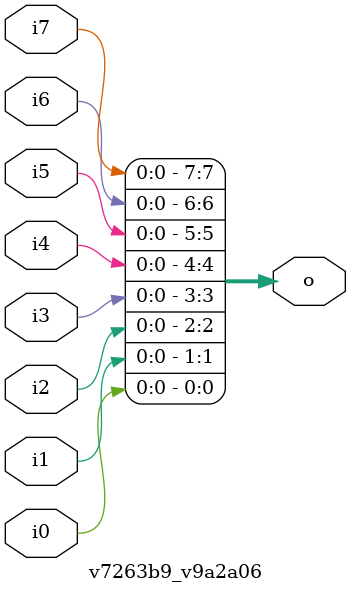
<source format=v>

`default_nettype none

module main #(
 parameter v03c634 = 0,
 parameter v3d07ba = 0,
 parameter v1bb386 = 0,
 parameter v7cb1a2 = 16,
 parameter v5c5c4c = 10
) (
 input v648743,
 input ve70767,
 input v890c48,
 input v598a58,
 input v52f905,
 input v96fd5d,
 input vclk,
 output [7:0] v9e7a13,
 output v0c4498,
 output v4b62fd,
 output v43023b,
 output v209930,
 output v6b7d2f,
 output v62e50f,
 output v83d981,
 output ve5e67b,
 output v961f42,
 output v897acd,
 output v6aa3f4,
 output ve5a1fc
);
 localparam p0 = v3d07ba;
 localparam p1 = v03c634;
 localparam p2 = v1bb386;
 localparam p24 = v7cb1a2;
 localparam p34 = v5c5c4c;
 localparam p37 = v5c5c4c;
 localparam p89 = v5c5c4c;
 localparam p90 = v5c5c4c;
 localparam p91 = v5c5c4c;
 localparam p92 = v5c5c4c;
 wire [0:15] w3;
 wire [0:15] w4;
 wire w5;
 wire [0:15] w6;
 wire [0:15] w7;
 wire [0:15] w8;
 wire w9;
 wire w10;
 wire w11;
 wire w12;
 wire w13;
 wire w14;
 wire w15;
 wire w16;
 wire w17;
 wire w18;
 wire w19;
 wire w20;
 wire w21;
 wire w22;
 wire [0:7] w23;
 wire w25;
 wire w26;
 wire w27;
 wire w28;
 wire [0:15] w29;
 wire w30;
 wire w31;
 wire w32;
 wire w33;
 wire w35;
 wire w36;
 wire w38;
 wire w39;
 wire [0:15] w40;
 wire w41;
 wire [0:15] w42;
 wire [0:15] w43;
 wire w44;
 wire w45;
 wire [0:15] w46;
 wire [0:15] w47;
 wire w48;
 wire [0:15] w49;
 wire [0:15] w50;
 wire w51;
 wire w52;
 wire w53;
 wire [0:2] w54;
 wire [0:2] w55;
 wire w56;
 wire w57;
 wire w58;
 wire w59;
 wire w60;
 wire w61;
 wire w62;
 wire w63;
 wire w64;
 wire w65;
 wire w66;
 wire w67;
 wire w68;
 wire [0:15] w69;
 wire [0:15] w70;
 wire w71;
 wire [0:15] w72;
 wire w73;
 wire [0:15] w74;
 wire w75;
 wire w76;
 wire w77;
 wire w78;
 wire w79;
 wire w80;
 wire [0:15] w81;
 wire [0:15] w82;
 wire w83;
 wire [0:15] w84;
 wire w85;
 wire [0:15] w86;
 wire w87;
 wire w88;
 wire [0:15] w93;
 wire [0:15] w94;
 wire [0:15] w95;
 wire [0:15] w96;
 wire [0:15] w97;
 wire [0:15] w98;
 wire [0:15] w99;
 wire [0:15] w100;
 wire w101;
 wire w102;
 wire w103;
 wire w104;
 wire w105;
 wire w106;
 wire w107;
 wire w108;
 wire w109;
 wire w110;
 wire w111;
 wire w112;
 wire w113;
 wire w114;
 wire w115;
 wire w116;
 wire w117;
 wire w118;
 wire w119;
 wire w120;
 wire w121;
 wire w122;
 wire w123;
 wire w124;
 wire w125;
 wire w126;
 wire w127;
 wire w128;
 wire w129;
 wire w130;
 wire w131;
 wire w132;
 wire [0:7] w133;
 wire w134;
 assign w12 = v890c48;
 assign w13 = ve70767;
 assign w14 = v648743;
 assign w18 = v52f905;
 assign w19 = v598a58;
 assign w20 = v96fd5d;
 assign v0c4498 = w32;
 assign v4b62fd = w33;
 assign v43023b = w35;
 assign v209930 = w36;
 assign v6b7d2f = w65;
 assign v62e50f = w66;
 assign v83d981 = w67;
 assign ve5e67b = w68;
 assign v961f42 = w77;
 assign v897acd = w78;
 assign v6aa3f4 = w79;
 assign ve5a1fc = w80;
 assign v9e7a13 = w133;
 assign w134 = vclk;
 assign w16 = w15;
 assign w17 = w15;
 assign w17 = w16;
 assign w26 = w25;
 assign w27 = w5;
 assign w28 = w5;
 assign w28 = w27;
 assign w30 = w5;
 assign w30 = w27;
 assign w30 = w28;
 assign w31 = w25;
 assign w31 = w26;
 assign w38 = w25;
 assign w38 = w26;
 assign w38 = w31;
 assign w39 = w5;
 assign w39 = w27;
 assign w39 = w28;
 assign w39 = w30;
 assign w40 = w29;
 assign w50 = w49;
 assign w52 = w22;
 assign w53 = w9;
 assign w55 = w54;
 assign w56 = w22;
 assign w56 = w52;
 assign w57 = w22;
 assign w57 = w52;
 assign w57 = w56;
 assign w58 = w5;
 assign w58 = w27;
 assign w58 = w28;
 assign w58 = w30;
 assign w58 = w39;
 assign w59 = w22;
 assign w59 = w52;
 assign w59 = w56;
 assign w59 = w57;
 assign w60 = w22;
 assign w60 = w52;
 assign w60 = w56;
 assign w60 = w57;
 assign w60 = w59;
 assign w61 = w9;
 assign w61 = w53;
 assign w62 = w9;
 assign w62 = w53;
 assign w62 = w61;
 assign w63 = w9;
 assign w63 = w53;
 assign w63 = w61;
 assign w63 = w62;
 assign w64 = w9;
 assign w64 = w53;
 assign w64 = w61;
 assign w64 = w62;
 assign w64 = w63;
 assign w93 = w29;
 assign w93 = w40;
 assign w94 = w29;
 assign w94 = w40;
 assign w94 = w93;
 assign w95 = w29;
 assign w95 = w40;
 assign w95 = w93;
 assign w95 = w94;
 assign w96 = w29;
 assign w96 = w40;
 assign w96 = w93;
 assign w96 = w94;
 assign w96 = w95;
 assign w97 = w49;
 assign w97 = w50;
 assign w98 = w49;
 assign w98 = w50;
 assign w98 = w97;
 assign w99 = w49;
 assign w99 = w50;
 assign w99 = w97;
 assign w99 = w98;
 assign w100 = w49;
 assign w100 = w50;
 assign w100 = w97;
 assign w100 = w98;
 assign w100 = w99;
 assign w101 = w25;
 assign w101 = w26;
 assign w101 = w31;
 assign w101 = w38;
 assign w102 = w25;
 assign w102 = w26;
 assign w102 = w31;
 assign w102 = w38;
 assign w102 = w101;
 assign w103 = w25;
 assign w103 = w26;
 assign w103 = w31;
 assign w103 = w38;
 assign w103 = w101;
 assign w103 = w102;
 assign w104 = w25;
 assign w104 = w26;
 assign w104 = w31;
 assign w104 = w38;
 assign w104 = w101;
 assign w104 = w102;
 assign w104 = w103;
 assign w105 = w5;
 assign w105 = w27;
 assign w105 = w28;
 assign w105 = w30;
 assign w105 = w39;
 assign w105 = w58;
 assign w106 = w5;
 assign w106 = w27;
 assign w106 = w28;
 assign w106 = w30;
 assign w106 = w39;
 assign w106 = w58;
 assign w106 = w105;
 assign w107 = w5;
 assign w107 = w27;
 assign w107 = w28;
 assign w107 = w30;
 assign w107 = w39;
 assign w107 = w58;
 assign w107 = w105;
 assign w107 = w106;
 assign w108 = w5;
 assign w108 = w27;
 assign w108 = w28;
 assign w108 = w30;
 assign w108 = w39;
 assign w108 = w58;
 assign w108 = w105;
 assign w108 = w106;
 assign w108 = w107;
 assign w109 = w22;
 assign w109 = w52;
 assign w109 = w56;
 assign w109 = w57;
 assign w109 = w59;
 assign w109 = w60;
 assign w110 = w22;
 assign w110 = w52;
 assign w110 = w56;
 assign w110 = w57;
 assign w110 = w59;
 assign w110 = w60;
 assign w110 = w109;
 assign w111 = w22;
 assign w111 = w52;
 assign w111 = w56;
 assign w111 = w57;
 assign w111 = w59;
 assign w111 = w60;
 assign w111 = w109;
 assign w111 = w110;
 assign w112 = w22;
 assign w112 = w52;
 assign w112 = w56;
 assign w112 = w57;
 assign w112 = w59;
 assign w112 = w60;
 assign w112 = w109;
 assign w112 = w110;
 assign w112 = w111;
 assign w113 = w22;
 assign w113 = w52;
 assign w113 = w56;
 assign w113 = w57;
 assign w113 = w59;
 assign w113 = w60;
 assign w113 = w109;
 assign w113 = w110;
 assign w113 = w111;
 assign w113 = w112;
 assign w114 = w22;
 assign w114 = w52;
 assign w114 = w56;
 assign w114 = w57;
 assign w114 = w59;
 assign w114 = w60;
 assign w114 = w109;
 assign w114 = w110;
 assign w114 = w111;
 assign w114 = w112;
 assign w114 = w113;
 assign w115 = w22;
 assign w115 = w52;
 assign w115 = w56;
 assign w115 = w57;
 assign w115 = w59;
 assign w115 = w60;
 assign w115 = w109;
 assign w115 = w110;
 assign w115 = w111;
 assign w115 = w112;
 assign w115 = w113;
 assign w115 = w114;
 assign w116 = w22;
 assign w116 = w52;
 assign w116 = w56;
 assign w116 = w57;
 assign w116 = w59;
 assign w116 = w60;
 assign w116 = w109;
 assign w116 = w110;
 assign w116 = w111;
 assign w116 = w112;
 assign w116 = w113;
 assign w116 = w114;
 assign w116 = w115;
 assign w117 = w9;
 assign w117 = w53;
 assign w117 = w61;
 assign w117 = w62;
 assign w117 = w63;
 assign w117 = w64;
 assign w118 = w9;
 assign w118 = w53;
 assign w118 = w61;
 assign w118 = w62;
 assign w118 = w63;
 assign w118 = w64;
 assign w118 = w117;
 assign w119 = w9;
 assign w119 = w53;
 assign w119 = w61;
 assign w119 = w62;
 assign w119 = w63;
 assign w119 = w64;
 assign w119 = w117;
 assign w119 = w118;
 assign w120 = w9;
 assign w120 = w53;
 assign w120 = w61;
 assign w120 = w62;
 assign w120 = w63;
 assign w120 = w64;
 assign w120 = w117;
 assign w120 = w118;
 assign w120 = w119;
 assign w121 = w9;
 assign w121 = w53;
 assign w121 = w61;
 assign w121 = w62;
 assign w121 = w63;
 assign w121 = w64;
 assign w121 = w117;
 assign w121 = w118;
 assign w121 = w119;
 assign w121 = w120;
 assign w122 = w9;
 assign w122 = w53;
 assign w122 = w61;
 assign w122 = w62;
 assign w122 = w63;
 assign w122 = w64;
 assign w122 = w117;
 assign w122 = w118;
 assign w122 = w119;
 assign w122 = w120;
 assign w122 = w121;
 assign w123 = w9;
 assign w123 = w53;
 assign w123 = w61;
 assign w123 = w62;
 assign w123 = w63;
 assign w123 = w64;
 assign w123 = w117;
 assign w123 = w118;
 assign w123 = w119;
 assign w123 = w120;
 assign w123 = w121;
 assign w123 = w122;
 assign w124 = w9;
 assign w124 = w53;
 assign w124 = w61;
 assign w124 = w62;
 assign w124 = w63;
 assign w124 = w64;
 assign w124 = w117;
 assign w124 = w118;
 assign w124 = w119;
 assign w124 = w120;
 assign w124 = w121;
 assign w124 = w122;
 assign w124 = w123;
 assign w127 = w126;
 assign w128 = w126;
 assign w128 = w127;
 assign w129 = w126;
 assign w129 = w127;
 assign w129 = w128;
 assign w130 = w126;
 assign w130 = w127;
 assign w130 = w128;
 assign w130 = w129;
 assign w131 = w126;
 assign w131 = w127;
 assign w131 = w128;
 assign w131 = w129;
 assign w131 = w130;
 assign w132 = w126;
 assign w132 = w127;
 assign w132 = w128;
 assign w132 = w129;
 assign w132 = w130;
 assign w132 = w131;
 assign w133 = w23;
 ve2b7eb #(
  .vecb3d5(p0),
  .ve58c06(p1),
  .v204bed(p2)
 ) ve3c290 (
  .v3ead5b(w5),
  .v328508(w134)
 );
 v8dd0ad v3355b3 (
  .vcb13fe(w9),
  .v7c48af(w21),
  .vd2b237(w22),
  .ve13d67(w23),
  .v59ca29(w51)
 );
 v8e5461 ve05e1f (
  .v90f223(w3),
  .v093fb5(w4),
  .v261cbf(w10),
  .v563b03(w11),
  .vff4755(w17)
 );
 v481a07 v55373f (
  .v595263(w23),
  .v738343(w54)
 );
 v5d76b4 v10b640 (
  .v6f3084(w3),
  .vb371a1(w6),
  .v5e291c(w15),
  .ve0a1a7(w55)
 );
 v5d76b4 vc12c71 (
  .v6f3084(w4),
  .v5e291c(w16),
  .ve0a1a7(w54)
 );
 v1c0be6 v04378f (
  .v907022(w5),
  .ve5e35f(w7),
  .v7562a5(w8),
  .v065c9e(w26),
  .v42a45c(w29)
 );
 ve6303d v9f7021 (
  .v2bc797(w6),
  .vc0ae06(w7)
 );
 va20ec7 v2a61ab (
  .v6b8aa5(w8),
  .v805094(w25)
 );
 v8b85ac v3bc504 (
  .v80f8c4(w9),
  .v6018d0(w18),
  .v67441f(w19),
  .v11c145(w20),
  .v1931f3(w21),
  .vdf1a51(w22),
  .v7d1720(w58)
 );
 v8b85ac v2f185c (
  .vdf1a51(w10),
  .v80f8c4(w11),
  .v11c145(w12),
  .v6018d0(w13),
  .v67441f(w14),
  .v1931f3(w15),
  .v7d1720(w28)
 );
 v2d0f3d #(
  .vf37482(p24)
 ) vb63380 (
  .v1eee64(w25),
  .v090026(w27)
 );
 vff5616 #(
  .vd799d8(p34)
 ) v021c31 (
  .v372b8b(w29),
  .v381e78(w30),
  .v847527(w31),
  .v26b3dd(w32),
  .v14f384(w33),
  .vb6482d(w42),
  .v5e5de2(w43),
  .vc25ade(w49)
 );
 vff5616 #(
  .vd799d8(p37)
 ) v0026e1 (
  .v26b3dd(w35),
  .v14f384(w36),
  .v847527(w38),
  .v381e78(w39),
  .v372b8b(w40),
  .vb6482d(w46),
  .v5e5de2(w47),
  .vc25ade(w50)
 );
 vf038cb ve58364 (
  .v9f30c9(w41),
  .v8687c5(w42),
  .v830825(w48),
  .vf5ed18(w56),
  .v118736(w61)
 );
 vf038cb va2115b (
  .v830825(w41),
  .v8687c5(w43),
  .v9f30c9(w45),
  .vf5ed18(w57),
  .v118736(w62)
 );
 vf038cb v7b90fd (
  .v9f30c9(w44),
  .v830825(w45),
  .v8687c5(w46),
  .vf5ed18(w59),
  .v118736(w63)
 );
 vf038cb v9236d4 (
  .v830825(w44),
  .v8687c5(w47),
  .vf5ed18(w60),
  .v118736(w64),
  .v9f30c9(w76)
 );
 vf038cb vc4d04a (
  .v9f30c9(w48),
  .v8687c5(w49),
  .v830825(w51),
  .vf5ed18(w52),
  .v118736(w53)
 );
 vff5616 #(
  .vd799d8(p89)
 ) v5db370 (
  .v26b3dd(w65),
  .v14f384(w66),
  .vb6482d(w69),
  .v5e5de2(w70),
  .v372b8b(w93),
  .vc25ade(w97),
  .v847527(w101),
  .v381e78(w105)
 );
 vff5616 #(
  .vd799d8(p90)
 ) v6b7dc5 (
  .v26b3dd(w67),
  .v14f384(w68),
  .vb6482d(w72),
  .v5e5de2(w74),
  .v372b8b(w94),
  .vc25ade(w98),
  .v847527(w102),
  .v381e78(w106)
 );
 vf038cb va554a8 (
  .v8687c5(w69),
  .v9f30c9(w71),
  .v830825(w76),
  .vf5ed18(w109),
  .v118736(w117)
 );
 vf038cb vc44d85 (
  .v8687c5(w70),
  .v830825(w71),
  .v9f30c9(w73),
  .vf5ed18(w110),
  .v118736(w118)
 );
 vf038cb va37826 (
  .v8687c5(w72),
  .v830825(w73),
  .v9f30c9(w75),
  .vf5ed18(w111),
  .v118736(w119)
 );
 vf038cb v166001 (
  .v8687c5(w74),
  .v830825(w75),
  .v9f30c9(w88),
  .vf5ed18(w112),
  .v118736(w120)
 );
 vff5616 #(
  .vd799d8(p91)
 ) vbbdca6 (
  .v26b3dd(w77),
  .v14f384(w78),
  .vb6482d(w81),
  .v5e5de2(w82),
  .v372b8b(w95),
  .vc25ade(w99),
  .v847527(w103),
  .v381e78(w107)
 );
 vff5616 #(
  .vd799d8(p92)
 ) v4f1bac (
  .v26b3dd(w79),
  .v14f384(w80),
  .vb6482d(w84),
  .v5e5de2(w86),
  .v372b8b(w96),
  .vc25ade(w100),
  .v847527(w104),
  .v381e78(w108)
 );
 vf038cb v9d4233 (
  .v8687c5(w81),
  .v9f30c9(w83),
  .v830825(w88),
  .vf5ed18(w113),
  .v118736(w121)
 );
 vf038cb v30ecdb (
  .v8687c5(w82),
  .v830825(w83),
  .v9f30c9(w85),
  .vf5ed18(w114),
  .v118736(w122)
 );
 vf038cb v9c1b7e (
  .v8687c5(w84),
  .v830825(w85),
  .v9f30c9(w87),
  .vf5ed18(w115),
  .v118736(w123)
 );
 vf038cb v66f06b (
  .v8687c5(w86),
  .v830825(w87),
  .vf5ed18(w116),
  .v118736(w124)
 );
 v7263b9 v072671 (
  .v7fcaae(w125),
  .v858373(w126),
  .v21d803(w127),
  .ve5ee9d(w128),
  .v1b2099(w129),
  .v15c355(w130),
  .vf0dd0a(w131),
  .v737e15(w132)
 );
 vc4dd08 vb6355a (
  .v608bd9(w126)
 );
 vc83dcd v7cca22 (
  .v608bd9(w125)
 );
endmodule

//---- Top entity
module ve2b7eb #(
 parameter ve58c06 = 0,
 parameter vecb3d5 = 79,
 parameter v204bed = 4,
 parameter vd29ea2 = 1,
 parameter v16d365 = "SIMPLE"
) (
 input v328508,
 output vdbfa46,
 output v3ead5b,
 output v333bf4
);
 localparam p0 = ve58c06;
 localparam p1 = vecb3d5;
 localparam p2 = v204bed;
 localparam p3 = vd29ea2;
 localparam p4 = v16d365;
 wire w5;
 wire w6;
 wire w7;
 wire w8;
 wire w9;
 wire w10;
 assign vdbfa46 = w7;
 assign v3ead5b = w8;
 assign v333bf4 = w9;
 assign w10 = v328508;
 vc83dcd va0dc84 (
  .v608bd9(w5)
 );
 vc4dd08 vda5929 (
  .v608bd9(w6)
 );
 ve2b7eb_vd4bd9d #(
  .DIVR(p0),
  .DIVF(p1),
  .DIVQ(p2),
  .FILTER_RANGE(p3),
  .FEEDBACK_PATH(p4)
 ) vd4bd9d (
  .RESETB(w5),
  .BYPASS(w6),
  .PLLOUTGLOBAL(w7),
  .PLLOUTCORE(w8),
  .LOCK(w9),
  .PACKAGEPIN(w10)
 );
endmodule

//---------------------------------------------------
//-- PLL40_PAD
//-- - - - - - - - - - - - - - - - - - - - - - - - --
//-- SB_PLL40_PAD
//---------------------------------------------------

module ve2b7eb_vd4bd9d #(
 parameter DIVR = 0,
 parameter DIVF = 0,
 parameter DIVQ = 0,
 parameter FILTER_RANGE = 0,
 parameter FEEDBACK_PATH = 0
) (
 input PACKAGEPIN,
 input RESETB,
 input BYPASS,
 output PLLOUTGLOBAL,
 output PLLOUTCORE,
 output LOCK
);
 SB_PLL40_PAD #(
 		.FEEDBACK_PATH("SIMPLE"),
 		.DIVR(DIVR),		// DIVR =  0
 		.DIVF(DIVF),	// DIVF = 79
 		.DIVQ(DIVQ),		// DIVQ =  4
 		.FILTER_RANGE(FILTER_RANGE)	// FILTER_RANGE = 1
 	) uut (
 		.LOCK(LOCK),
 		.RESETB(RESETB),
 		.BYPASS(BYPASS),
 		.PACKAGEPIN(PACKAGEPIN),
 		.PLLOUTCORE(PLLOUTCORE),
 		.PLLOUTGLOBAL(PLLOUTGLOBAL)
 		);
endmodule
//---- Top entity
module vc83dcd (
 output v608bd9
);
 wire w0;
 assign v608bd9 = w0;
 vc83dcd_v68c173 v68c173 (
  .v(w0)
 );
endmodule

//---------------------------------------------------
//-- Bit 1
//-- - - - - - - - - - - - - - - - - - - - - - - - --
//-- Assign 1 to the output wire
//---------------------------------------------------

module vc83dcd_v68c173 (
 output v
);
 // Bit 1
 
 assign v = 1'b1;
endmodule
//---- Top entity
module vc4dd08 (
 output v608bd9
);
 wire w0;
 assign v608bd9 = w0;
 vc4dd08_v68c173 v68c173 (
  .v(w0)
 );
endmodule

//---------------------------------------------------
//-- Bit 0
//-- - - - - - - - - - - - - - - - - - - - - - - - --
//-- Assign 0 to the output wire
//---------------------------------------------------

module vc4dd08_v68c173 (
 output v
);
 // Bit 0
 
 assign v = 1'b0;
endmodule
//---- Top entity
module v8dd0ad (
 input v7c48af,
 input vd2b237,
 input vcb13fe,
 output [7:0] ve13d67,
 output v59ca29
);
 wire w0;
 wire w1;
 wire w2;
 wire w3;
 wire w4;
 wire w5;
 wire w6;
 wire w7;
 wire w8;
 wire [0:7] w9;
 wire w10;
 wire w11;
 wire w12;
 wire w13;
 wire w14;
 wire w15;
 wire w16;
 wire w17;
 wire w18;
 wire w19;
 wire w20;
 wire w21;
 wire w22;
 wire w23;
 wire w24;
 wire w25;
 wire w26;
 wire w27;
 wire w28;
 wire w29;
 wire w30;
 wire w31;
 wire w32;
 wire w33;
 wire w34;
 wire w35;
 wire w36;
 wire w37;
 wire w38;
 wire w39;
 wire w40;
 wire w41;
 assign w0 = v7c48af;
 assign v59ca29 = w7;
 assign ve13d67 = w9;
 assign w26 = vcb13fe;
 assign w27 = vcb13fe;
 assign w28 = vcb13fe;
 assign w29 = vcb13fe;
 assign w30 = vcb13fe;
 assign w31 = vcb13fe;
 assign w32 = vcb13fe;
 assign w33 = vcb13fe;
 assign w34 = vd2b237;
 assign w35 = vd2b237;
 assign w36 = vd2b237;
 assign w37 = vd2b237;
 assign w38 = vd2b237;
 assign w39 = vd2b237;
 assign w40 = vd2b237;
 assign w41 = vd2b237;
 assign w11 = w1;
 assign w13 = w2;
 assign w15 = w3;
 assign w17 = w4;
 assign w19 = w5;
 assign w21 = w6;
 assign w23 = w8;
 assign w25 = w7;
 assign w27 = w26;
 assign w28 = w26;
 assign w28 = w27;
 assign w29 = w26;
 assign w29 = w27;
 assign w29 = w28;
 assign w30 = w26;
 assign w30 = w27;
 assign w30 = w28;
 assign w30 = w29;
 assign w31 = w26;
 assign w31 = w27;
 assign w31 = w28;
 assign w31 = w29;
 assign w31 = w30;
 assign w32 = w26;
 assign w32 = w27;
 assign w32 = w28;
 assign w32 = w29;
 assign w32 = w30;
 assign w32 = w31;
 assign w33 = w26;
 assign w33 = w27;
 assign w33 = w28;
 assign w33 = w29;
 assign w33 = w30;
 assign w33 = w31;
 assign w33 = w32;
 assign w35 = w34;
 assign w36 = w34;
 assign w36 = w35;
 assign w37 = w34;
 assign w37 = w35;
 assign w37 = w36;
 assign w38 = w34;
 assign w38 = w35;
 assign w38 = w36;
 assign w38 = w37;
 assign w39 = w34;
 assign w39 = w35;
 assign w39 = w36;
 assign w39 = w37;
 assign w39 = w38;
 assign w40 = w34;
 assign w40 = w35;
 assign w40 = w36;
 assign w40 = w37;
 assign w40 = w38;
 assign w40 = w39;
 assign w41 = w34;
 assign w41 = w35;
 assign w41 = w36;
 assign w41 = w37;
 assign w41 = w38;
 assign w41 = w39;
 assign w41 = w40;
 v70ff7f v7118be (
  .vef4cea(w0),
  .vc24d9f(w1),
  .vb55943(w34)
 );
 v70ff7f v7e5dd2 (
  .vef4cea(w1),
  .vc24d9f(w2),
  .vb55943(w35)
 );
 v70ff7f va39ac4 (
  .vef4cea(w2),
  .vc24d9f(w3),
  .vb55943(w36)
 );
 v70ff7f v9a8657 (
  .vef4cea(w3),
  .vc24d9f(w4),
  .vb55943(w37)
 );
 v70ff7f v789aba (
  .vef4cea(w4),
  .vc24d9f(w5),
  .vb55943(w38)
 );
 v70ff7f vfe039c (
  .vef4cea(w5),
  .vc24d9f(w6),
  .vb55943(w39)
 );
 v70ff7f vf5baf3 (
  .vef4cea(w6),
  .vc24d9f(w8),
  .vb55943(w40)
 );
 v70ff7f v8c3660 (
  .vc24d9f(w7),
  .vef4cea(w8),
  .vb55943(w41)
 );
 v8dd0ad_v5a7c2b v5a7c2b (
  .o(w9),
  .i7(w10),
  .i6(w12),
  .i5(w14),
  .i4(w16),
  .i3(w18),
  .i2(w20),
  .i1(w22),
  .i0(w24)
 );
 v70ff7f vef6c05 (
  .vc24d9f(w10),
  .vef4cea(w11),
  .vb55943(w26)
 );
 v70ff7f v55d1fc (
  .vc24d9f(w12),
  .vef4cea(w13),
  .vb55943(w27)
 );
 v70ff7f v1577a8 (
  .vc24d9f(w14),
  .vef4cea(w15),
  .vb55943(w28)
 );
 v70ff7f v0d429a (
  .vc24d9f(w16),
  .vef4cea(w17),
  .vb55943(w29)
 );
 v70ff7f vfb6e30 (
  .vc24d9f(w18),
  .vef4cea(w19),
  .vb55943(w30)
 );
 v70ff7f v237d53 (
  .vc24d9f(w20),
  .vef4cea(w21),
  .vb55943(w31)
 );
 v70ff7f v721ec3 (
  .vc24d9f(w22),
  .vef4cea(w23),
  .vb55943(w32)
 );
 v70ff7f v4339fe (
  .vc24d9f(w24),
  .vef4cea(w25),
  .vb55943(w33)
 );
endmodule


module v8dd0ad_v5a7c2b (
 input i7,
 input i6,
 input i5,
 input i4,
 input i3,
 input i2,
 input i1,
 input i0,
 output [7:0] o
);
 assign o = {i0, i1, i2, i3, i4, i5, i6, i7};
endmodule
//---- Top entity
module v70ff7f (
 input vb55943,
 input vef4cea,
 output vc24d9f
);
 wire w0;
 wire w1;
 wire w2;
 assign w0 = vef4cea;
 assign w1 = vb55943;
 assign vc24d9f = w2;
 v70ff7f_v526aa2 v526aa2 (
  .d(w0),
  .clk(w1),
  .q(w2)
 );
endmodule

//---------------------------------------------------
//-- Flip-flop D
//-- - - - - - - - - - - - - - - - - - - - - - - - --
//-- Delay flip-flop
//---------------------------------------------------

module v70ff7f_v526aa2 (
 input clk,
 input d,
 output q
);
 // D flip-flop
 
 reg q = 1'b0;
 
 always @(posedge clk)
 begin
   q <= d;
 end
 
 
endmodule
//---- Top entity
module v8e5461 (
 input vff4755,
 input v261cbf,
 input v563b03,
 output [15:0] v90f223,
 output [15:0] v093fb5
);
 wire w0;
 wire w1;
 wire w2;
 wire w3;
 wire w4;
 wire w5;
 wire w6;
 wire w7;
 wire w8;
 wire w9;
 wire w10;
 wire w11;
 wire w12;
 wire w13;
 wire w14;
 wire w15;
 wire w16;
 wire w17;
 wire w18;
 wire w19;
 wire w20;
 wire w21;
 wire w22;
 wire w23;
 wire w24;
 wire w25;
 wire w26;
 wire w27;
 wire w28;
 wire w29;
 wire w30;
 wire w31;
 wire w32;
 wire w33;
 wire w34;
 wire w35;
 wire w36;
 wire w37;
 wire w38;
 wire w39;
 wire w40;
 wire w41;
 wire w42;
 wire w43;
 wire w44;
 wire w45;
 wire w46;
 wire w47;
 wire w48;
 wire w49;
 wire w50;
 wire w51;
 wire w52;
 wire w53;
 wire w54;
 wire w55;
 wire w56;
 wire w57;
 wire w58;
 wire w59;
 wire w60;
 wire w61;
 wire w62;
 wire w63;
 wire w64;
 wire w65;
 wire w66;
 wire [0:7] w67;
 wire [0:7] w68;
 wire w69;
 wire w70;
 wire w71;
 wire w72;
 wire w73;
 wire w74;
 wire w75;
 wire w76;
 wire w77;
 wire w78;
 wire w79;
 wire w80;
 wire w81;
 wire w82;
 wire w83;
 wire w84;
 wire w85;
 wire [0:7] w86;
 wire w87;
 wire [0:7] w88;
 wire w89;
 wire w90;
 wire w91;
 wire w92;
 wire w93;
 wire [0:15] w94;
 wire [0:7] w95;
 wire [0:7] w96;
 wire [0:15] w97;
 wire [0:7] w98;
 wire [0:7] w99;
 wire w100;
 assign w0 = vff4755;
 assign w1 = vff4755;
 assign w2 = vff4755;
 assign w4 = vff4755;
 assign w6 = vff4755;
 assign w8 = vff4755;
 assign w10 = vff4755;
 assign w12 = vff4755;
 assign w14 = vff4755;
 assign w16 = vff4755;
 assign w18 = vff4755;
 assign w20 = vff4755;
 assign w22 = vff4755;
 assign w24 = vff4755;
 assign w26 = vff4755;
 assign w28 = vff4755;
 assign w30 = vff4755;
 assign w32 = vff4755;
 assign w33 = vff4755;
 assign w34 = v563b03;
 assign w36 = vff4755;
 assign w38 = vff4755;
 assign w40 = vff4755;
 assign w42 = vff4755;
 assign w44 = vff4755;
 assign w46 = vff4755;
 assign w48 = vff4755;
 assign w50 = vff4755;
 assign w52 = vff4755;
 assign w54 = vff4755;
 assign w56 = vff4755;
 assign w58 = vff4755;
 assign w60 = vff4755;
 assign w63 = vff4755;
 assign w66 = v261cbf;
 assign w85 = vff4755;
 assign w87 = vff4755;
 assign w91 = vff4755;
 assign w93 = v261cbf;
 assign v90f223 = w94;
 assign v093fb5 = w97;
 assign w100 = vff4755;
 assign w1 = w0;
 assign w2 = w0;
 assign w2 = w1;
 assign w4 = w0;
 assign w4 = w1;
 assign w4 = w2;
 assign w6 = w0;
 assign w6 = w1;
 assign w6 = w2;
 assign w6 = w4;
 assign w8 = w0;
 assign w8 = w1;
 assign w8 = w2;
 assign w8 = w4;
 assign w8 = w6;
 assign w10 = w0;
 assign w10 = w1;
 assign w10 = w2;
 assign w10 = w4;
 assign w10 = w6;
 assign w10 = w8;
 assign w12 = w0;
 assign w12 = w1;
 assign w12 = w2;
 assign w12 = w4;
 assign w12 = w6;
 assign w12 = w8;
 assign w12 = w10;
 assign w14 = w0;
 assign w14 = w1;
 assign w14 = w2;
 assign w14 = w4;
 assign w14 = w6;
 assign w14 = w8;
 assign w14 = w10;
 assign w14 = w12;
 assign w16 = w0;
 assign w16 = w1;
 assign w16 = w2;
 assign w16 = w4;
 assign w16 = w6;
 assign w16 = w8;
 assign w16 = w10;
 assign w16 = w12;
 assign w16 = w14;
 assign w18 = w0;
 assign w18 = w1;
 assign w18 = w2;
 assign w18 = w4;
 assign w18 = w6;
 assign w18 = w8;
 assign w18 = w10;
 assign w18 = w12;
 assign w18 = w14;
 assign w18 = w16;
 assign w20 = w0;
 assign w20 = w1;
 assign w20 = w2;
 assign w20 = w4;
 assign w20 = w6;
 assign w20 = w8;
 assign w20 = w10;
 assign w20 = w12;
 assign w20 = w14;
 assign w20 = w16;
 assign w20 = w18;
 assign w22 = w0;
 assign w22 = w1;
 assign w22 = w2;
 assign w22 = w4;
 assign w22 = w6;
 assign w22 = w8;
 assign w22 = w10;
 assign w22 = w12;
 assign w22 = w14;
 assign w22 = w16;
 assign w22 = w18;
 assign w22 = w20;
 assign w24 = w0;
 assign w24 = w1;
 assign w24 = w2;
 assign w24 = w4;
 assign w24 = w6;
 assign w24 = w8;
 assign w24 = w10;
 assign w24 = w12;
 assign w24 = w14;
 assign w24 = w16;
 assign w24 = w18;
 assign w24 = w20;
 assign w24 = w22;
 assign w26 = w0;
 assign w26 = w1;
 assign w26 = w2;
 assign w26 = w4;
 assign w26 = w6;
 assign w26 = w8;
 assign w26 = w10;
 assign w26 = w12;
 assign w26 = w14;
 assign w26 = w16;
 assign w26 = w18;
 assign w26 = w20;
 assign w26 = w22;
 assign w26 = w24;
 assign w28 = w0;
 assign w28 = w1;
 assign w28 = w2;
 assign w28 = w4;
 assign w28 = w6;
 assign w28 = w8;
 assign w28 = w10;
 assign w28 = w12;
 assign w28 = w14;
 assign w28 = w16;
 assign w28 = w18;
 assign w28 = w20;
 assign w28 = w22;
 assign w28 = w24;
 assign w28 = w26;
 assign w30 = w0;
 assign w30 = w1;
 assign w30 = w2;
 assign w30 = w4;
 assign w30 = w6;
 assign w30 = w8;
 assign w30 = w10;
 assign w30 = w12;
 assign w30 = w14;
 assign w30 = w16;
 assign w30 = w18;
 assign w30 = w20;
 assign w30 = w22;
 assign w30 = w24;
 assign w30 = w26;
 assign w30 = w28;
 assign w32 = w0;
 assign w32 = w1;
 assign w32 = w2;
 assign w32 = w4;
 assign w32 = w6;
 assign w32 = w8;
 assign w32 = w10;
 assign w32 = w12;
 assign w32 = w14;
 assign w32 = w16;
 assign w32 = w18;
 assign w32 = w20;
 assign w32 = w22;
 assign w32 = w24;
 assign w32 = w26;
 assign w32 = w28;
 assign w32 = w30;
 assign w33 = w0;
 assign w33 = w1;
 assign w33 = w2;
 assign w33 = w4;
 assign w33 = w6;
 assign w33 = w8;
 assign w33 = w10;
 assign w33 = w12;
 assign w33 = w14;
 assign w33 = w16;
 assign w33 = w18;
 assign w33 = w20;
 assign w33 = w22;
 assign w33 = w24;
 assign w33 = w26;
 assign w33 = w28;
 assign w33 = w30;
 assign w33 = w32;
 assign w36 = w0;
 assign w36 = w1;
 assign w36 = w2;
 assign w36 = w4;
 assign w36 = w6;
 assign w36 = w8;
 assign w36 = w10;
 assign w36 = w12;
 assign w36 = w14;
 assign w36 = w16;
 assign w36 = w18;
 assign w36 = w20;
 assign w36 = w22;
 assign w36 = w24;
 assign w36 = w26;
 assign w36 = w28;
 assign w36 = w30;
 assign w36 = w32;
 assign w36 = w33;
 assign w38 = w0;
 assign w38 = w1;
 assign w38 = w2;
 assign w38 = w4;
 assign w38 = w6;
 assign w38 = w8;
 assign w38 = w10;
 assign w38 = w12;
 assign w38 = w14;
 assign w38 = w16;
 assign w38 = w18;
 assign w38 = w20;
 assign w38 = w22;
 assign w38 = w24;
 assign w38 = w26;
 assign w38 = w28;
 assign w38 = w30;
 assign w38 = w32;
 assign w38 = w33;
 assign w38 = w36;
 assign w40 = w0;
 assign w40 = w1;
 assign w40 = w2;
 assign w40 = w4;
 assign w40 = w6;
 assign w40 = w8;
 assign w40 = w10;
 assign w40 = w12;
 assign w40 = w14;
 assign w40 = w16;
 assign w40 = w18;
 assign w40 = w20;
 assign w40 = w22;
 assign w40 = w24;
 assign w40 = w26;
 assign w40 = w28;
 assign w40 = w30;
 assign w40 = w32;
 assign w40 = w33;
 assign w40 = w36;
 assign w40 = w38;
 assign w42 = w0;
 assign w42 = w1;
 assign w42 = w2;
 assign w42 = w4;
 assign w42 = w6;
 assign w42 = w8;
 assign w42 = w10;
 assign w42 = w12;
 assign w42 = w14;
 assign w42 = w16;
 assign w42 = w18;
 assign w42 = w20;
 assign w42 = w22;
 assign w42 = w24;
 assign w42 = w26;
 assign w42 = w28;
 assign w42 = w30;
 assign w42 = w32;
 assign w42 = w33;
 assign w42 = w36;
 assign w42 = w38;
 assign w42 = w40;
 assign w44 = w0;
 assign w44 = w1;
 assign w44 = w2;
 assign w44 = w4;
 assign w44 = w6;
 assign w44 = w8;
 assign w44 = w10;
 assign w44 = w12;
 assign w44 = w14;
 assign w44 = w16;
 assign w44 = w18;
 assign w44 = w20;
 assign w44 = w22;
 assign w44 = w24;
 assign w44 = w26;
 assign w44 = w28;
 assign w44 = w30;
 assign w44 = w32;
 assign w44 = w33;
 assign w44 = w36;
 assign w44 = w38;
 assign w44 = w40;
 assign w44 = w42;
 assign w46 = w0;
 assign w46 = w1;
 assign w46 = w2;
 assign w46 = w4;
 assign w46 = w6;
 assign w46 = w8;
 assign w46 = w10;
 assign w46 = w12;
 assign w46 = w14;
 assign w46 = w16;
 assign w46 = w18;
 assign w46 = w20;
 assign w46 = w22;
 assign w46 = w24;
 assign w46 = w26;
 assign w46 = w28;
 assign w46 = w30;
 assign w46 = w32;
 assign w46 = w33;
 assign w46 = w36;
 assign w46 = w38;
 assign w46 = w40;
 assign w46 = w42;
 assign w46 = w44;
 assign w48 = w0;
 assign w48 = w1;
 assign w48 = w2;
 assign w48 = w4;
 assign w48 = w6;
 assign w48 = w8;
 assign w48 = w10;
 assign w48 = w12;
 assign w48 = w14;
 assign w48 = w16;
 assign w48 = w18;
 assign w48 = w20;
 assign w48 = w22;
 assign w48 = w24;
 assign w48 = w26;
 assign w48 = w28;
 assign w48 = w30;
 assign w48 = w32;
 assign w48 = w33;
 assign w48 = w36;
 assign w48 = w38;
 assign w48 = w40;
 assign w48 = w42;
 assign w48 = w44;
 assign w48 = w46;
 assign w50 = w0;
 assign w50 = w1;
 assign w50 = w2;
 assign w50 = w4;
 assign w50 = w6;
 assign w50 = w8;
 assign w50 = w10;
 assign w50 = w12;
 assign w50 = w14;
 assign w50 = w16;
 assign w50 = w18;
 assign w50 = w20;
 assign w50 = w22;
 assign w50 = w24;
 assign w50 = w26;
 assign w50 = w28;
 assign w50 = w30;
 assign w50 = w32;
 assign w50 = w33;
 assign w50 = w36;
 assign w50 = w38;
 assign w50 = w40;
 assign w50 = w42;
 assign w50 = w44;
 assign w50 = w46;
 assign w50 = w48;
 assign w52 = w0;
 assign w52 = w1;
 assign w52 = w2;
 assign w52 = w4;
 assign w52 = w6;
 assign w52 = w8;
 assign w52 = w10;
 assign w52 = w12;
 assign w52 = w14;
 assign w52 = w16;
 assign w52 = w18;
 assign w52 = w20;
 assign w52 = w22;
 assign w52 = w24;
 assign w52 = w26;
 assign w52 = w28;
 assign w52 = w30;
 assign w52 = w32;
 assign w52 = w33;
 assign w52 = w36;
 assign w52 = w38;
 assign w52 = w40;
 assign w52 = w42;
 assign w52 = w44;
 assign w52 = w46;
 assign w52 = w48;
 assign w52 = w50;
 assign w54 = w0;
 assign w54 = w1;
 assign w54 = w2;
 assign w54 = w4;
 assign w54 = w6;
 assign w54 = w8;
 assign w54 = w10;
 assign w54 = w12;
 assign w54 = w14;
 assign w54 = w16;
 assign w54 = w18;
 assign w54 = w20;
 assign w54 = w22;
 assign w54 = w24;
 assign w54 = w26;
 assign w54 = w28;
 assign w54 = w30;
 assign w54 = w32;
 assign w54 = w33;
 assign w54 = w36;
 assign w54 = w38;
 assign w54 = w40;
 assign w54 = w42;
 assign w54 = w44;
 assign w54 = w46;
 assign w54 = w48;
 assign w54 = w50;
 assign w54 = w52;
 assign w56 = w0;
 assign w56 = w1;
 assign w56 = w2;
 assign w56 = w4;
 assign w56 = w6;
 assign w56 = w8;
 assign w56 = w10;
 assign w56 = w12;
 assign w56 = w14;
 assign w56 = w16;
 assign w56 = w18;
 assign w56 = w20;
 assign w56 = w22;
 assign w56 = w24;
 assign w56 = w26;
 assign w56 = w28;
 assign w56 = w30;
 assign w56 = w32;
 assign w56 = w33;
 assign w56 = w36;
 assign w56 = w38;
 assign w56 = w40;
 assign w56 = w42;
 assign w56 = w44;
 assign w56 = w46;
 assign w56 = w48;
 assign w56 = w50;
 assign w56 = w52;
 assign w56 = w54;
 assign w58 = w0;
 assign w58 = w1;
 assign w58 = w2;
 assign w58 = w4;
 assign w58 = w6;
 assign w58 = w8;
 assign w58 = w10;
 assign w58 = w12;
 assign w58 = w14;
 assign w58 = w16;
 assign w58 = w18;
 assign w58 = w20;
 assign w58 = w22;
 assign w58 = w24;
 assign w58 = w26;
 assign w58 = w28;
 assign w58 = w30;
 assign w58 = w32;
 assign w58 = w33;
 assign w58 = w36;
 assign w58 = w38;
 assign w58 = w40;
 assign w58 = w42;
 assign w58 = w44;
 assign w58 = w46;
 assign w58 = w48;
 assign w58 = w50;
 assign w58 = w52;
 assign w58 = w54;
 assign w58 = w56;
 assign w60 = w0;
 assign w60 = w1;
 assign w60 = w2;
 assign w60 = w4;
 assign w60 = w6;
 assign w60 = w8;
 assign w60 = w10;
 assign w60 = w12;
 assign w60 = w14;
 assign w60 = w16;
 assign w60 = w18;
 assign w60 = w20;
 assign w60 = w22;
 assign w60 = w24;
 assign w60 = w26;
 assign w60 = w28;
 assign w60 = w30;
 assign w60 = w32;
 assign w60 = w33;
 assign w60 = w36;
 assign w60 = w38;
 assign w60 = w40;
 assign w60 = w42;
 assign w60 = w44;
 assign w60 = w46;
 assign w60 = w48;
 assign w60 = w50;
 assign w60 = w52;
 assign w60 = w54;
 assign w60 = w56;
 assign w60 = w58;
 assign w63 = w0;
 assign w63 = w1;
 assign w63 = w2;
 assign w63 = w4;
 assign w63 = w6;
 assign w63 = w8;
 assign w63 = w10;
 assign w63 = w12;
 assign w63 = w14;
 assign w63 = w16;
 assign w63 = w18;
 assign w63 = w20;
 assign w63 = w22;
 assign w63 = w24;
 assign w63 = w26;
 assign w63 = w28;
 assign w63 = w30;
 assign w63 = w32;
 assign w63 = w33;
 assign w63 = w36;
 assign w63 = w38;
 assign w63 = w40;
 assign w63 = w42;
 assign w63 = w44;
 assign w63 = w46;
 assign w63 = w48;
 assign w63 = w50;
 assign w63 = w52;
 assign w63 = w54;
 assign w63 = w56;
 assign w63 = w58;
 assign w63 = w60;
 assign w65 = w64;
 assign w69 = w3;
 assign w70 = w5;
 assign w71 = w7;
 assign w72 = w9;
 assign w73 = w11;
 assign w74 = w13;
 assign w75 = w15;
 assign w76 = w17;
 assign w77 = w19;
 assign w78 = w21;
 assign w79 = w23;
 assign w80 = w25;
 assign w81 = w27;
 assign w82 = w29;
 assign w83 = w31;
 assign w85 = w0;
 assign w85 = w1;
 assign w85 = w2;
 assign w85 = w4;
 assign w85 = w6;
 assign w85 = w8;
 assign w85 = w10;
 assign w85 = w12;
 assign w85 = w14;
 assign w85 = w16;
 assign w85 = w18;
 assign w85 = w20;
 assign w85 = w22;
 assign w85 = w24;
 assign w85 = w26;
 assign w85 = w28;
 assign w85 = w30;
 assign w85 = w32;
 assign w85 = w33;
 assign w85 = w36;
 assign w85 = w38;
 assign w85 = w40;
 assign w85 = w42;
 assign w85 = w44;
 assign w85 = w46;
 assign w85 = w48;
 assign w85 = w50;
 assign w85 = w52;
 assign w85 = w54;
 assign w85 = w56;
 assign w85 = w58;
 assign w85 = w60;
 assign w85 = w63;
 assign w86 = w68;
 assign w87 = w0;
 assign w87 = w1;
 assign w87 = w2;
 assign w87 = w4;
 assign w87 = w6;
 assign w87 = w8;
 assign w87 = w10;
 assign w87 = w12;
 assign w87 = w14;
 assign w87 = w16;
 assign w87 = w18;
 assign w87 = w20;
 assign w87 = w22;
 assign w87 = w24;
 assign w87 = w26;
 assign w87 = w28;
 assign w87 = w30;
 assign w87 = w32;
 assign w87 = w33;
 assign w87 = w36;
 assign w87 = w38;
 assign w87 = w40;
 assign w87 = w42;
 assign w87 = w44;
 assign w87 = w46;
 assign w87 = w48;
 assign w87 = w50;
 assign w87 = w52;
 assign w87 = w54;
 assign w87 = w56;
 assign w87 = w58;
 assign w87 = w60;
 assign w87 = w63;
 assign w87 = w85;
 assign w88 = w67;
 assign w90 = w89;
 assign w91 = w0;
 assign w91 = w1;
 assign w91 = w2;
 assign w91 = w4;
 assign w91 = w6;
 assign w91 = w8;
 assign w91 = w10;
 assign w91 = w12;
 assign w91 = w14;
 assign w91 = w16;
 assign w91 = w18;
 assign w91 = w20;
 assign w91 = w22;
 assign w91 = w24;
 assign w91 = w26;
 assign w91 = w28;
 assign w91 = w30;
 assign w91 = w32;
 assign w91 = w33;
 assign w91 = w36;
 assign w91 = w38;
 assign w91 = w40;
 assign w91 = w42;
 assign w91 = w44;
 assign w91 = w46;
 assign w91 = w48;
 assign w91 = w50;
 assign w91 = w52;
 assign w91 = w54;
 assign w91 = w56;
 assign w91 = w58;
 assign w91 = w60;
 assign w91 = w63;
 assign w91 = w85;
 assign w91 = w87;
 assign w93 = w66;
 assign w100 = w0;
 assign w100 = w1;
 assign w100 = w2;
 assign w100 = w4;
 assign w100 = w6;
 assign w100 = w8;
 assign w100 = w10;
 assign w100 = w12;
 assign w100 = w14;
 assign w100 = w16;
 assign w100 = w18;
 assign w100 = w20;
 assign w100 = w22;
 assign w100 = w24;
 assign w100 = w26;
 assign w100 = w28;
 assign w100 = w30;
 assign w100 = w32;
 assign w100 = w33;
 assign w100 = w36;
 assign w100 = w38;
 assign w100 = w40;
 assign w100 = w42;
 assign w100 = w44;
 assign w100 = w46;
 assign w100 = w48;
 assign w100 = w50;
 assign w100 = w52;
 assign w100 = w54;
 assign w100 = w56;
 assign w100 = w58;
 assign w100 = w60;
 assign w100 = w63;
 assign w100 = w85;
 assign w100 = w87;
 assign w100 = w91;
 v102c6c v4a2cb1 (
  .v8f3c49(w0),
  .vf892a0(w64),
  .v0aa44d(w68),
  .v1384fd(w95)
 );
 v102c6c v1ecbbc (
  .v8f3c49(w1),
  .vf892a0(w65),
  .v0aa44d(w67),
  .v1384fd(w96)
 );
 v70ff7f vaf3cdc (
  .vb55943(w2),
  .vc24d9f(w3),
  .vef4cea(w61)
 );
 v70ff7f vbbc70c (
  .vef4cea(w3),
  .vb55943(w4),
  .vc24d9f(w5)
 );
 v70ff7f v81af44 (
  .vef4cea(w5),
  .vb55943(w6),
  .vc24d9f(w7)
 );
 v70ff7f v8debd2 (
  .vef4cea(w7),
  .vb55943(w8),
  .vc24d9f(w9)
 );
 v70ff7f vf82302 (
  .vef4cea(w9),
  .vb55943(w10),
  .vc24d9f(w11)
 );
 v70ff7f vb73d06 (
  .vef4cea(w11),
  .vb55943(w12),
  .vc24d9f(w13)
 );
 v70ff7f v4224f4 (
  .vef4cea(w13),
  .vb55943(w14),
  .vc24d9f(w15)
 );
 v70ff7f vfb6de4 (
  .vef4cea(w15),
  .vb55943(w16),
  .vc24d9f(w17)
 );
 v70ff7f vaf9a99 (
  .vef4cea(w17),
  .vb55943(w18),
  .vc24d9f(w19)
 );
 v70ff7f v5e9cd1 (
  .vef4cea(w19),
  .vb55943(w20),
  .vc24d9f(w21)
 );
 v70ff7f v6ae5a8 (
  .vef4cea(w21),
  .vb55943(w22),
  .vc24d9f(w23)
 );
 v70ff7f v7d7ec9 (
  .vef4cea(w23),
  .vb55943(w24),
  .vc24d9f(w25)
 );
 v70ff7f v4139d0 (
  .vef4cea(w25),
  .vb55943(w26),
  .vc24d9f(w27)
 );
 v70ff7f v36a2a1 (
  .vef4cea(w27),
  .vb55943(w28),
  .vc24d9f(w29)
 );
 v70ff7f vca0193 (
  .vef4cea(w29),
  .vb55943(w30),
  .vc24d9f(w31)
 );
 v70ff7f v9f4c9a (
  .vef4cea(w31),
  .vb55943(w32),
  .vc24d9f(w84)
 );
 v70ff7f v9e81b1 (
  .vb55943(w33),
  .vef4cea(w34),
  .vc24d9f(w35)
 );
 v70ff7f vaf1d11 (
  .vef4cea(w35),
  .vb55943(w36),
  .vc24d9f(w37)
 );
 v70ff7f v09cf87 (
  .vef4cea(w37),
  .vb55943(w38),
  .vc24d9f(w39)
 );
 v70ff7f vdce78b (
  .vef4cea(w39),
  .vb55943(w40),
  .vc24d9f(w41)
 );
 v70ff7f v423fad (
  .vef4cea(w41),
  .vb55943(w42),
  .vc24d9f(w43)
 );
 v70ff7f vcf208a (
  .vef4cea(w43),
  .vb55943(w44),
  .vc24d9f(w45)
 );
 v70ff7f va3061d (
  .vef4cea(w45),
  .vb55943(w46),
  .vc24d9f(w47)
 );
 v70ff7f vce00d7 (
  .vef4cea(w47),
  .vb55943(w48),
  .vc24d9f(w49)
 );
 v70ff7f vabc441 (
  .vef4cea(w49),
  .vb55943(w50),
  .vc24d9f(w51)
 );
 v70ff7f v720b82 (
  .vef4cea(w51),
  .vb55943(w52),
  .vc24d9f(w53)
 );
 v70ff7f v21446e (
  .vef4cea(w53),
  .vb55943(w54),
  .vc24d9f(w55)
 );
 v70ff7f v484e3c (
  .vef4cea(w55),
  .vb55943(w56),
  .vc24d9f(w57)
 );
 v70ff7f v712897 (
  .vef4cea(w57),
  .vb55943(w58),
  .vc24d9f(w59)
 );
 v70ff7f v7f7214 (
  .vef4cea(w59),
  .vb55943(w60),
  .vc24d9f(w62)
 );
 v70ff7f v5667e2 (
  .vc24d9f(w61),
  .vef4cea(w62),
  .vb55943(w63)
 );
 v8e2728 v08307d (
  .v2dffca(w64),
  .v10eedb(w66),
  .v0884a0(w100)
 );
 v8e5461_vefbd5a vefbd5a (
  .o0(w67),
  .o1(w68),
  .i07(w69),
  .i06(w70),
  .i05(w71),
  .i04(w72),
  .i03(w73),
  .i02(w74),
  .i01(w75),
  .i00(w76),
  .i17(w77),
  .i16(w78),
  .i15(w79),
  .i14(w80),
  .i13(w81),
  .i12(w82),
  .i11(w83),
  .i10(w84)
 );
 v102c6c vf16f08 (
  .v8f3c49(w85),
  .v0aa44d(w86),
  .vf892a0(w90),
  .v1384fd(w98)
 );
 v102c6c vd35b25 (
  .v8f3c49(w87),
  .v0aa44d(w88),
  .vf892a0(w89),
  .v1384fd(w99)
 );
 v8e2728 v38ab76 (
  .v2dffca(w89),
  .v0884a0(w91),
  .v10eedb(w92)
 );
 v96f098 vaf2012 (
  .vcbab45(w92),
  .v0e28cb(w93)
 );
 v1e224f v45a850 (
  .v4d4dee(w94),
  .v385b9c(w95),
  .vd34531(w96)
 );
 v1e224f v8b7d0e (
  .v4d4dee(w97),
  .v385b9c(w98),
  .vd34531(w99)
 );
endmodule


module v8e5461_vefbd5a (
 input i07,
 input i06,
 input i05,
 input i04,
 input i03,
 input i02,
 input i01,
 input i00,
 input i17,
 input i16,
 input i15,
 input i14,
 input i13,
 input i12,
 input i11,
 input i10,
 output [7:0] o0,
 output [7:0] o1
);
 assign o0 = {i00, i01, i02, i03, i04, i05, i06, i07};
 assign o1 = {i10, i11, i12, i13, i14, i15, i16, i17};
endmodule
//---- Top entity
module v102c6c (
 input v8f3c49,
 input [7:0] v0aa44d,
 input vf892a0,
 output [7:0] v1384fd
);
 wire [0:3] w0;
 wire [0:3] w1;
 wire [0:7] w2;
 wire [0:3] w3;
 wire [0:3] w4;
 wire w5;
 wire w6;
 wire [0:7] w7;
 wire w8;
 wire w9;
 assign v1384fd = w2;
 assign w5 = v8f3c49;
 assign w6 = v8f3c49;
 assign w7 = v0aa44d;
 assign w8 = vf892a0;
 assign w9 = vf892a0;
 assign w6 = w5;
 assign w9 = w8;
 v73403c v4d0daf (
  .v85accc(w0),
  .vf9119c(w1),
  .v595263(w7)
 );
 v0979b5 v54aa5e (
  .v55e55c(w0),
  .v30e9be(w4),
  .v8f3c49(w6),
  .vf892a0(w9)
 );
 v0979b5 vb07057 (
  .v55e55c(w1),
  .v30e9be(w3),
  .v8f3c49(w5),
  .vf892a0(w8)
 );
 v917222 v18a91f (
  .va191ad(w2),
  .v285646(w3),
  .v766044(w4)
 );
endmodule

//---------------------------------------------------
//-- 8-bits-reg-block
//-- - - - - - - - - - - - - - - - - - - - - - - - --
//-- 8-bits register (implemented with blocks)
//---------------------------------------------------
//---- Top entity
module v73403c (
 input [7:0] v595263,
 output [3:0] vf9119c,
 output [3:0] v85accc
);
 wire [0:3] w0;
 wire [0:3] w1;
 wire [0:7] w2;
 assign vf9119c = w0;
 assign v85accc = w1;
 assign w2 = v595263;
 v73403c_v9a2a06 v9a2a06 (
  .o1(w0),
  .o0(w1),
  .i(w2)
 );
endmodule

//---------------------------------------------------
//-- Separador-bus
//-- - - - - - - - - - - - - - - - - - - - - - - - --
//-- Separador de bus de 8-bits en buses de 4 bits
//---------------------------------------------------

module v73403c_v9a2a06 (
 input [7:0] i,
 output [3:0] o1,
 output [3:0] o0
);
 assign o1 = i[7:4];
 assign o0 = i[3:0];
endmodule
//---- Top entity
module v0979b5 (
 input v8f3c49,
 input [3:0] v55e55c,
 input vf892a0,
 output [3:0] v30e9be
);
 wire [0:1] w0;
 wire [0:1] w1;
 wire [0:3] w2;
 wire [0:1] w3;
 wire [0:1] w4;
 wire w5;
 wire w6;
 wire [0:3] w7;
 wire w8;
 wire w9;
 assign v30e9be = w2;
 assign w5 = v8f3c49;
 assign w6 = v8f3c49;
 assign w7 = v55e55c;
 assign w8 = vf892a0;
 assign w9 = vf892a0;
 assign w6 = w5;
 assign w9 = w8;
 v393a4b vb56971 (
  .v568b8a(w1),
  .va484f0(w3),
  .v8f3c49(w5),
  .vf892a0(w8)
 );
 v393a4b vfb6620 (
  .v568b8a(w0),
  .va484f0(w4),
  .v8f3c49(w6),
  .vf892a0(w9)
 );
 v18cbcb v050cbf (
  .v735395(w0),
  .v0daf7d(w1),
  .v930b03(w7)
 );
 v91b7ac vccc664 (
  .v8b7d6a(w2),
  .v30c67a(w3),
  .vbf5c47(w4)
 );
endmodule

//---------------------------------------------------
//-- 4-bits-reg-block
//-- - - - - - - - - - - - - - - - - - - - - - - - --
//-- 4-bits register (implemented with blocks)
//---------------------------------------------------
//---- Top entity
module v393a4b (
 input v8f3c49,
 input [1:0] v568b8a,
 input vf892a0,
 output [1:0] va484f0
);
 wire w0;
 wire w1;
 wire [0:1] w2;
 wire w3;
 wire w4;
 wire w5;
 wire [0:1] w6;
 wire w7;
 wire w8;
 wire w9;
 assign va484f0 = w2;
 assign w4 = v8f3c49;
 assign w5 = v8f3c49;
 assign w6 = v568b8a;
 assign w8 = vf892a0;
 assign w9 = vf892a0;
 assign w5 = w4;
 assign w9 = w8;
 veb8492 v218580 (
  .v27dec4(w0),
  .v4642b6(w3),
  .ve4a668(w5),
  .vd793aa(w8)
 );
 veb8492 v7283b4 (
  .v27dec4(w1),
  .ve4a668(w4),
  .v4642b6(w7),
  .vd793aa(w9)
 );
 vfc9dac v963cd7 (
  .v3f8943(w0),
  .v64d863(w1),
  .v8b19dd(w6)
 );
 vd4bd04 vbb7dfe (
  .v67a3fc(w2),
  .vee8a83(w3),
  .v03aaf0(w7)
 );
endmodule

//---------------------------------------------------
//-- 2-bits-reg-block
//-- - - - - - - - - - - - - - - - - - - - - - - - --
//-- 2-bits register (implemented with blocks)
//---------------------------------------------------
//---- Top entity
module veb8492 (
 input ve4a668,
 input v27dec4,
 input vd793aa,
 output v4642b6
);
 wire w0;
 wire w1;
 wire w2;
 wire w3;
 wire w4;
 wire w5;
 assign w1 = ve4a668;
 assign w2 = v27dec4;
 assign v4642b6 = w3;
 assign w5 = vd793aa;
 assign w4 = w3;
 v1c7dae v3d516d (
  .vf54559(w0),
  .va4102a(w1),
  .ve8318d(w3)
 );
 v5cc6ec v55cdb1 (
  .vc93bbe(w0),
  .vb186da(w2),
  .v381ebf(w4),
  .v50d6c6(w5)
 );
endmodule

//---------------------------------------------------
//-- 1-bit-reg-blocks
//-- - - - - - - - - - - - - - - - - - - - - - - - --
//-- 1-Bit register (Implemented with icestudio blocks)
//---------------------------------------------------
//---- Top entity
module v1c7dae #(
 parameter v71e305 = 0
) (
 input va4102a,
 input vf54559,
 output ve8318d
);
 localparam p2 = v71e305;
 wire w0;
 wire w1;
 wire w3;
 assign w0 = va4102a;
 assign ve8318d = w1;
 assign w3 = vf54559;
 v1c7dae_vb8adf8 #(
  .INI(p2)
 ) vb8adf8 (
  .clk(w0),
  .q(w1),
  .d(w3)
 );
endmodule

//---------------------------------------------------
//-- Biestable-D
//-- - - - - - - - - - - - - - - - - - - - - - - - --
//-- Biestable de datos (Tipo D). Cuando se recibe un tic por load se captura el dato
//---------------------------------------------------

module v1c7dae_vb8adf8 #(
 parameter INI = 0
) (
 input clk,
 input d,
 output q
);
 reg q = INI;
 always @(posedge clk)
   q <= d;
endmodule
//---- Top entity
module v5cc6ec (
 input vb186da,
 input v381ebf,
 input v50d6c6,
 output vc93bbe
);
 wire w0;
 wire w1;
 wire w2;
 wire w3;
 assign w0 = v50d6c6;
 assign vc93bbe = w1;
 assign w2 = v381ebf;
 assign w3 = vb186da;
 v5cc6ec_ve4e0df ve4e0df (
  .sel(w0),
  .o(w1),
  .i0(w2),
  .i1(w3)
 );
endmodule

//---------------------------------------------------
//-- Mux 2 a 1
//-- - - - - - - - - - - - - - - - - - - - - - - - --
//-- Multiplexor de 2 a 1
//---------------------------------------------------

module v5cc6ec_ve4e0df (
 input i1,
 input i0,
 input sel,
 output o
);
 //-- Multiplexor de 2 a 1, 
 //-- de 8 bits
 
 reg _o;
 
 always @(*) begin
     case(sel)
         0: _o = i0;
         1: _o = i1;
         default: _o = i0;
     endcase
 end
 
 assign o = _o;
 
endmodule
//---- Top entity
module vfc9dac (
 input [1:0] v8b19dd,
 output v3f8943,
 output v64d863
);
 wire w0;
 wire w1;
 wire [0:1] w2;
 assign v3f8943 = w0;
 assign v64d863 = w1;
 assign w2 = v8b19dd;
 vfc9dac_v9a2a06 v9a2a06 (
  .o1(w0),
  .o0(w1),
  .i(w2)
 );
endmodule

//---------------------------------------------------
//-- Separador-bus
//-- - - - - - - - - - - - - - - - - - - - - - - - --
//-- Separador de bus de 2-bits en dos cables
//---------------------------------------------------

module vfc9dac_v9a2a06 (
 input [1:0] i,
 output o1,
 output o0
);
 assign o1 = i[1];
 assign o0 = i[0];
endmodule
//---- Top entity
module vd4bd04 (
 input vee8a83,
 input v03aaf0,
 output [1:0] v67a3fc
);
 wire w0;
 wire w1;
 wire [0:1] w2;
 assign w0 = vee8a83;
 assign w1 = v03aaf0;
 assign v67a3fc = w2;
 vd4bd04_v9a2a06 v9a2a06 (
  .i1(w0),
  .i0(w1),
  .o(w2)
 );
endmodule

//---------------------------------------------------
//-- Agregador-bus
//-- - - - - - - - - - - - - - - - - - - - - - - - --
//-- Agregador de 2 cables en un bus de 2-bits
//---------------------------------------------------

module vd4bd04_v9a2a06 (
 input i1,
 input i0,
 output [1:0] o
);
 assign o = {i1, i0};
 
endmodule
//---- Top entity
module v18cbcb (
 input [3:0] v930b03,
 output [1:0] v0daf7d,
 output [1:0] v735395
);
 wire [0:1] w0;
 wire [0:1] w1;
 wire [0:3] w2;
 assign v0daf7d = w0;
 assign v735395 = w1;
 assign w2 = v930b03;
 v18cbcb_v9a2a06 v9a2a06 (
  .o1(w0),
  .o0(w1),
  .i(w2)
 );
endmodule

//---------------------------------------------------
//-- Separador-bus
//-- - - - - - - - - - - - - - - - - - - - - - - - --
//-- Separador de bus de 4-bits en buses de 2 bits
//---------------------------------------------------

module v18cbcb_v9a2a06 (
 input [3:0] i,
 output [1:0] o1,
 output [1:0] o0
);
 assign o1 = i[3:2];
 assign o0 = i[1:0];
endmodule
//---- Top entity
module v91b7ac (
 input [1:0] v30c67a,
 input [1:0] vbf5c47,
 output [3:0] v8b7d6a
);
 wire [0:1] w0;
 wire [0:1] w1;
 wire [0:3] w2;
 assign w0 = vbf5c47;
 assign w1 = v30c67a;
 assign v8b7d6a = w2;
 v91b7ac_v9a2a06 v9a2a06 (
  .i0(w0),
  .i1(w1),
  .o(w2)
 );
endmodule

//---------------------------------------------------
//-- Agregador-bus
//-- - - - - - - - - - - - - - - - - - - - - - - - --
//-- Agregador de buses de 2-bits a bus de 4-bits
//---------------------------------------------------

module v91b7ac_v9a2a06 (
 input [1:0] i1,
 input [1:0] i0,
 output [3:0] o
);
 assign o = {i1, i0};
 
endmodule
//---- Top entity
module v917222 (
 input [3:0] v285646,
 input [3:0] v766044,
 output [7:0] va191ad
);
 wire [0:3] w0;
 wire [0:3] w1;
 wire [0:7] w2;
 assign w0 = v766044;
 assign w1 = v285646;
 assign va191ad = w2;
 v917222_v9a2a06 v9a2a06 (
  .i0(w0),
  .i1(w1),
  .o(w2)
 );
endmodule

//---------------------------------------------------
//-- Agregador-bus
//-- - - - - - - - - - - - - - - - - - - - - - - - --
//-- Agregador de 2 buses de 4-bits a bus de 8-bits
//---------------------------------------------------

module v917222_v9a2a06 (
 input [3:0] i1,
 input [3:0] i0,
 output [7:0] o
);
 assign o = {i1, i0};
 
endmodule
//---- Top entity
module v8e2728 (
 input v0884a0,
 input v10eedb,
 output v2dffca
);
 wire w0;
 wire w1;
 wire w2;
 assign w0 = v10eedb;
 assign v2dffca = w1;
 assign w2 = v0884a0;
 v8e2728_v115ffb v115ffb (
  .i(w0),
  .o(w1),
  .clk(w2)
 );
endmodule

//---------------------------------------------------
//-- Subida
//-- - - - - - - - - - - - - - - - - - - - - - - - --
//-- Detector de flanco de subida. Emite un tic cuando detecta un flanco ascendente
//---------------------------------------------------

module v8e2728_v115ffb (
 input clk,
 input i,
 output o
);
 reg q = 0;
 
 always @(posedge clk)
   q <= i;
   
 assign o = (~q & i);  
endmodule
//---- Top entity
module v96f098 (
 input v0e28cb,
 output vcbab45
);
 wire w0;
 wire w1;
 assign w0 = v0e28cb;
 assign vcbab45 = w1;
 v96f098_vd54ca1 vd54ca1 (
  .a(w0),
  .c(w1)
 );
endmodule

//---------------------------------------------------
//-- NOT
//-- - - - - - - - - - - - - - - - - - - - - - - - --
//-- NOT logic gate
//---------------------------------------------------

module v96f098_vd54ca1 (
 input a,
 output c
);
 // NOT logic gate
 
 assign c = ~ a;
endmodule
//---- Top entity
module v1e224f (
 input [7:0] v385b9c,
 input [7:0] vd34531,
 output [15:0] v4d4dee
);
 wire [0:7] w0;
 wire [0:7] w1;
 wire [0:15] w2;
 assign w0 = vd34531;
 assign w1 = v385b9c;
 assign v4d4dee = w2;
 v1e224f_v9a2a06 v9a2a06 (
  .i0(w0),
  .i1(w1),
  .o(w2)
 );
endmodule

//---------------------------------------------------
//-- Agregador-bus
//-- - - - - - - - - - - - - - - - - - - - - - - - --
//-- Agregador de 2 buses de 8-bits a bus de 16-bits
//---------------------------------------------------

module v1e224f_v9a2a06 (
 input [7:0] i1,
 input [7:0] i0,
 output [15:0] o
);
 assign o = {i1, i0};
 
endmodule
//---- Top entity
module v481a07 (
 input [7:0] v595263,
 output [7:3] v28d91b,
 output [2:0] v738343
);
 wire [0:7] w0;
 wire [0:4] w1;
 wire [0:2] w2;
 assign w0 = v595263;
 assign v28d91b = w1;
 assign v738343 = w2;
 v481a07_v9a2a06 v9a2a06 (
  .i(w0),
  .o1(w1),
  .o0(w2)
 );
endmodule

//---------------------------------------------------
//-- Separador-bus-5-3
//-- - - - - - - - - - - - - - - - - - - - - - - - --
//-- Separador de bus de 8-bits en 2 buses de 5 y 3 bits
//---------------------------------------------------

module v481a07_v9a2a06 (
 input [7:0] i,
 output [7:3] o1,
 output [2:0] o0
);
 assign o1 = i[7:3];
 assign o0 = i[2:0];
endmodule
//---- Top entity
module v5d76b4 (
 input [15:0] v6f3084,
 input v5e291c,
 input [2:0] ve0a1a7,
 output [15:0] vb371a1
);
 wire [0:15] w0;
 wire [0:15] w1;
 wire [0:15] w2;
 wire [0:15] w3;
 wire [0:15] w4;
 wire [0:15] w5;
 wire w6;
 wire w7;
 wire w8;
 wire [0:15] w9;
 wire [0:15] w10;
 wire w11;
 wire [0:15] w12;
 wire [0:15] w13;
 wire w14;
 wire [0:15] w15;
 wire [0:15] w16;
 wire w17;
 wire w18;
 wire [0:15] w19;
 wire [0:15] w20;
 wire [0:2] w21;
 wire [0:15] w22;
 assign w18 = v5e291c;
 assign w19 = v6f3084;
 assign w20 = v6f3084;
 assign w21 = ve0a1a7;
 assign vb371a1 = w22;
 assign w3 = w0;
 assign w4 = w1;
 assign w10 = w9;
 assign w13 = w12;
 assign w16 = w15;
 assign w20 = w19;
 v3990b8 v37472d (
  .v9e1443(w0),
  .v5b7252(w2),
  .v9c2c2b(w6)
 );
 v3990b8 v4108cf (
  .v5b7252(w0),
  .v9e1443(w1),
  .v9c2c2b(w7)
 );
 v3990b8 v2d5601 (
  .v5b7252(w1),
  .v9c2c2b(w8),
  .v9e1443(w9)
 );
 vabdec4 vaa30af (
  .v3bb07d(w2),
  .v6b653c(w3),
  .v777340(w4),
  .vc6bfd8(w5),
  .v727789(w10),
  .v280e01(w12),
  .v5a666c(w15),
  .vd8a876(w19),
  .v6e806a(w21),
  .vf02cd8(w22)
 );
 v7f1709 vc5d97b (
  .vbf6cae(w5)
 );
 v5d76b4_v999443 v999443 (
  .d0(w6),
  .d1(w7),
  .d2(w8),
  .d3(w11),
  .d4(w14),
  .d5(w17),
  .clk_in(w18)
 );
 v3990b8 vd8db9d (
  .v5b7252(w9),
  .v9c2c2b(w11),
  .v9e1443(w13)
 );
 v3990b8 v547d1c (
  .v5b7252(w12),
  .v9c2c2b(w14),
  .v9e1443(w16)
 );
 v3990b8 v7fc21a (
  .v5b7252(w15),
  .v9c2c2b(w17),
  .v9e1443(w20)
 );
endmodule


module v5d76b4_v999443 (
 input clk_in,
 output d5,
 output d4,
 output d3,
 output d2,
 output d1,
 output d0
);
 reg [6:0] counter;
 
 always @(posedge clk_in) begin
   counter <= counter + 1;
 end
 
 assign d0 = counter[0];
 assign d1 = counter[1];
 assign d2 = counter[2];
 assign d3 = counter[3];
 assign d4 = counter[4];
 assign d5 = counter[5];
endmodule
//---- Top entity
module v3990b8 (
 input [15:0] v9e1443,
 input v9c2c2b,
 output [15:0] v5b7252
);
 wire [0:15] w0;
 wire [0:15] w1;
 wire [0:15] w2;
 wire w3;
 wire w4;
 wire [0:15] w5;
 wire [0:15] w6;
 wire [0:15] w7;
 assign w1 = v9e1443;
 assign w2 = v9e1443;
 assign w3 = v9c2c2b;
 assign w4 = v9c2c2b;
 assign v5b7252 = w5;
 assign w2 = w1;
 assign w4 = w3;
 assign w6 = w0;
 v3990b8_vd930d4 vd930d4 (
  .b(w0),
  .a(w1),
  .y(w7)
 );
 v6bd4c0 vebc4e3 (
  .v3f90b8(w0),
  .vc320da(w2),
  .v6dda25(w4)
 );
 v1f5ce5 vd4f637 (
  .v2d3366(w3),
  .ve0f053(w5),
  .v17f43d(w6),
  .v0792df(w7)
 );
endmodule


module v3990b8_vd930d4 (
 input [15:0] a,
 input [15:0] b,
 output [15:0] y
);
 // y = (a + b) / 2
 
 wire signed [16:0] sum;
 
 assign sum = $signed(a) + $signed(b);
 assign y = sum >>> 1;
endmodule
//---- Top entity
module v6bd4c0 (
 input v6dda25,
 input [15:0] vc320da,
 output [15:0] v3f90b8
);
 wire [0:15] w0;
 wire [0:15] w1;
 wire [0:3] w2;
 wire [0:3] w3;
 wire [0:3] w4;
 wire [0:3] w5;
 wire [0:3] w6;
 wire [0:3] w7;
 wire [0:3] w8;
 wire [0:3] w9;
 wire w10;
 wire w11;
 wire w12;
 wire w13;
 assign w0 = vc320da;
 assign v3f90b8 = w1;
 assign w10 = v6dda25;
 assign w11 = v6dda25;
 assign w12 = v6dda25;
 assign w13 = v6dda25;
 assign w11 = w10;
 assign w12 = w10;
 assign w12 = w11;
 assign w13 = w10;
 assign w13 = w11;
 assign w13 = w12;
 v852bc8 vd47660 (
  .v91b9c1(w0),
  .v527ffb(w2),
  .v71a717(w3),
  .v0b337e(w4),
  .vfc89f9(w5)
 );
 v401a28 v3ef916 (
  .v14a530(w1),
  .vcc76e8(w6),
  .vd531e6(w7),
  .v7ef7d6(w8),
  .v1447f2(w9)
 );
 vc12f0f vd70fdb (
  .v7c67e1(w5),
  .vf6ad19(w9),
  .v6dda25(w10)
 );
 vc12f0f v8c7a79 (
  .v7c67e1(w4),
  .vf6ad19(w8),
  .v6dda25(w11)
 );
 vc12f0f v132776 (
  .v7c67e1(w3),
  .vf6ad19(w7),
  .v6dda25(w12)
 );
 vc12f0f v1937e6 (
  .v7c67e1(w2),
  .vf6ad19(w6),
  .v6dda25(w13)
 );
endmodule

//---------------------------------------------------
//-- DFF-x16
//-- - - - - - - - - - - - - - - - - - - - - - - - --
//-- DFF-x16: 16 D flip-flops in paralell
//---------------------------------------------------
//---- Top entity
module v852bc8 (
 input [15:0] v91b9c1,
 output [3:0] vfc89f9,
 output [3:0] v0b337e,
 output [3:0] v71a717,
 output [3:0] v527ffb
);
 wire [0:15] w0;
 wire [0:3] w1;
 wire [0:3] w2;
 wire [0:3] w3;
 wire [0:3] w4;
 assign w0 = v91b9c1;
 assign v527ffb = w1;
 assign v71a717 = w2;
 assign v0b337e = w3;
 assign vfc89f9 = w4;
 v852bc8_v9a2a06 v9a2a06 (
  .i(w0),
  .o0(w1),
  .o1(w2),
  .o2(w3),
  .o3(w4)
 );
endmodule

//---------------------------------------------------
//-- Bus16-Split-quarter
//-- - - - - - - - - - - - - - - - - - - - - - - - --
//-- Bus16-Split-quarter: Split the 16-bits bus into four buses of the same size
//---------------------------------------------------

module v852bc8_v9a2a06 (
 input [15:0] i,
 output [3:0] o3,
 output [3:0] o2,
 output [3:0] o1,
 output [3:0] o0
);
 assign o3 = i[15:12];
 assign o2 = i[11:8];
 assign o1 = i[7:4];
 assign o0 = i[3:0];
endmodule
//---- Top entity
module v401a28 (
 input [3:0] v1447f2,
 input [3:0] v7ef7d6,
 input [3:0] vd531e6,
 input [3:0] vcc76e8,
 output [15:0] v14a530
);
 wire [0:15] w0;
 wire [0:3] w1;
 wire [0:3] w2;
 wire [0:3] w3;
 wire [0:3] w4;
 assign v14a530 = w0;
 assign w1 = vcc76e8;
 assign w2 = vd531e6;
 assign w3 = v7ef7d6;
 assign w4 = v1447f2;
 v401a28_v9a2a06 v9a2a06 (
  .o(w0),
  .i0(w1),
  .i1(w2),
  .i2(w3),
  .i3(w4)
 );
endmodule

//---------------------------------------------------
//-- Bus16-Join-quarter
//-- - - - - - - - - - - - - - - - - - - - - - - - --
//-- Bus16-Join-quarter: Join the four same buses into an 16-bits Bus
//---------------------------------------------------

module v401a28_v9a2a06 (
 input [3:0] i3,
 input [3:0] i2,
 input [3:0] i1,
 input [3:0] i0,
 output [15:0] o
);
 assign o = {i3, i2, i1, i0};
 
endmodule
//---- Top entity
module vc12f0f (
 input v6dda25,
 input [3:0] v7c67e1,
 output [3:0] vf6ad19
);
 wire w0;
 wire w1;
 wire w2;
 wire w3;
 wire w4;
 wire w5;
 wire [0:3] w6;
 wire [0:3] w7;
 wire w8;
 wire w9;
 wire w10;
 wire w11;
 wire w12;
 wire w13;
 assign w6 = v7c67e1;
 assign vf6ad19 = w7;
 assign w10 = v6dda25;
 assign w11 = v6dda25;
 assign w12 = v6dda25;
 assign w13 = v6dda25;
 assign w11 = w10;
 assign w12 = w10;
 assign w12 = w11;
 assign w13 = w10;
 assign w13 = w11;
 assign w13 = w12;
 vc4f23a v390ed9 (
  .v3f8943(w0),
  .v64d863(w1),
  .vda577d(w4),
  .v985fcb(w6),
  .v4f1fd3(w8)
 );
 v84f0a1 v0e8f25 (
  .v03aaf0(w2),
  .vee8a83(w3),
  .vf8041d(w5),
  .v11bca5(w7),
  .vd84a57(w9)
 );
 v053dc2 vb95ccb (
  .vf54559(w1),
  .ve8318d(w2),
  .va4102a(w13)
 );
 v053dc2 v736168 (
  .vf54559(w0),
  .ve8318d(w3),
  .va4102a(w12)
 );
 v053dc2 ve8ed3a (
  .vf54559(w4),
  .ve8318d(w5),
  .va4102a(w11)
 );
 v053dc2 vbdfdbf (
  .vf54559(w8),
  .ve8318d(w9),
  .va4102a(w10)
 );
endmodule

//---------------------------------------------------
//-- DFF-x04
//-- - - - - - - - - - - - - - - - - - - - - - - - --
//-- DFF-04: Three D flip-flops in paralell
//---------------------------------------------------
//---- Top entity
module vc4f23a (
 input [3:0] v985fcb,
 output v4f1fd3,
 output vda577d,
 output v3f8943,
 output v64d863
);
 wire w0;
 wire w1;
 wire w2;
 wire w3;
 wire [0:3] w4;
 assign v3f8943 = w0;
 assign v64d863 = w1;
 assign vda577d = w2;
 assign v4f1fd3 = w3;
 assign w4 = v985fcb;
 vc4f23a_v9a2a06 v9a2a06 (
  .o1(w0),
  .o0(w1),
  .o2(w2),
  .o3(w3),
  .i(w4)
 );
endmodule

//---------------------------------------------------
//-- Bus4-Split-all
//-- - - - - - - - - - - - - - - - - - - - - - - - --
//-- Bus4-Split-all: Split the 4-bits bus into its wires
//---------------------------------------------------

module vc4f23a_v9a2a06 (
 input [3:0] i,
 output o3,
 output o2,
 output o1,
 output o0
);
 assign o3 = i[3];
 assign o2 = i[2];
 assign o1 = i[1];
 assign o0 = i[0];
endmodule
//---- Top entity
module v84f0a1 (
 input vd84a57,
 input vf8041d,
 input vee8a83,
 input v03aaf0,
 output [3:0] v11bca5
);
 wire w0;
 wire w1;
 wire w2;
 wire w3;
 wire [0:3] w4;
 assign w0 = vee8a83;
 assign w1 = v03aaf0;
 assign w2 = vf8041d;
 assign w3 = vd84a57;
 assign v11bca5 = w4;
 v84f0a1_v9a2a06 v9a2a06 (
  .i1(w0),
  .i0(w1),
  .i2(w2),
  .i3(w3),
  .o(w4)
 );
endmodule

//---------------------------------------------------
//-- Bus4-Join-all
//-- - - - - - - - - - - - - - - - - - - - - - - - --
//-- Bus4-Join-all: Join all the wires into a 4-bits Bus
//---------------------------------------------------

module v84f0a1_v9a2a06 (
 input i3,
 input i2,
 input i1,
 input i0,
 output [3:0] o
);
 assign o = {i3, i2, i1, i0};
 
endmodule
//---- Top entity
module v053dc2 #(
 parameter v71e305 = 0
) (
 input va4102a,
 input vf54559,
 output ve8318d
);
 localparam p2 = v71e305;
 wire w0;
 wire w1;
 wire w3;
 assign w0 = va4102a;
 assign ve8318d = w1;
 assign w3 = vf54559;
 v053dc2_vb8adf8 #(
  .INI(p2)
 ) vb8adf8 (
  .clk(w0),
  .q(w1),
  .d(w3)
 );
endmodule

//---------------------------------------------------
//-- DFF
//-- - - - - - - - - - - - - - - - - - - - - - - - --
//-- D Flip-flop (verilog implementation)
//---------------------------------------------------

module v053dc2_vb8adf8 #(
 parameter INI = 0
) (
 input clk,
 input d,
 output q
);
 //-- Initial value
 reg q = INI;
 
 //-- Capture the input data  
 //-- on the rising edge of  
 //-- the system clock
 always @(posedge clk)
   q <= d;
endmodule
//---- Top entity
module v1f5ce5 (
 input [15:0] v0792df,
 input [15:0] v17f43d,
 input v2d3366,
 output [15:0] ve0f053
);
 wire [0:7] w0;
 wire [0:15] w1;
 wire [0:15] w2;
 wire [0:7] w3;
 wire [0:15] w4;
 wire [0:7] w5;
 wire [0:7] w6;
 wire [0:7] w7;
 wire w8;
 wire w9;
 wire [0:7] w10;
 assign w1 = v17f43d;
 assign w2 = v0792df;
 assign ve0f053 = w4;
 assign w8 = v2d3366;
 assign w9 = v2d3366;
 assign w9 = w8;
 v1bbb5b v41cfb0 (
  .v9d2a6a(w0),
  .v2a1cbe(w7),
  .v2d3366(w9),
  .v9d7ae8(w10)
 );
 v306ca3 ve04806 (
  .v91b9c1(w1),
  .vef5eee(w6),
  .vd3ef3b(w10)
 );
 v306ca3 v4549dd (
  .v91b9c1(w2),
  .vef5eee(w5),
  .vd3ef3b(w7)
 );
 v1bbb5b vf7893e (
  .v9d2a6a(w3),
  .v2a1cbe(w5),
  .v9d7ae8(w6),
  .v2d3366(w8)
 );
 v8cc49c v5ec84b (
  .v2b8a97(w0),
  .vb334ae(w3),
  .v14a530(w4)
 );
endmodule

//---------------------------------------------------
//-- 16-bits-Mux-2-1
//-- - - - - - - - - - - - - - - - - - - - - - - - --
//-- 2-to-1 Multplexer (16-bit channels)
//---------------------------------------------------
//---- Top entity
module v1bbb5b (
 input [7:0] v2a1cbe,
 input [7:0] v9d7ae8,
 input v2d3366,
 output [7:0] v9d2a6a
);
 wire [0:3] w0;
 wire [0:7] w1;
 wire [0:7] w2;
 wire [0:7] w3;
 wire [0:3] w4;
 wire [0:3] w5;
 wire [0:3] w6;
 wire [0:3] w7;
 wire w8;
 wire w9;
 wire [0:3] w10;
 assign v9d2a6a = w1;
 assign w2 = v2a1cbe;
 assign w3 = v9d7ae8;
 assign w8 = v2d3366;
 assign w9 = v2d3366;
 assign w9 = w8;
 v952eda v54aed2 (
  .v6833fd(w0),
  .v54ac99(w7),
  .v2d3366(w9),
  .ve2616d(w10)
 );
 vafb28f v117a88 (
  .v3c88fc(w0),
  .va9ac17(w1),
  .v515fe7(w4)
 );
 v6bdcd9 v9f32ae (
  .vcc8c7c(w2),
  .v651522(w5),
  .v2cc41f(w7)
 );
 v6bdcd9 v9881c7 (
  .vcc8c7c(w3),
  .v651522(w6),
  .v2cc41f(w10)
 );
 v952eda v34a43a (
  .v6833fd(w4),
  .v54ac99(w5),
  .ve2616d(w6),
  .v2d3366(w8)
 );
endmodule

//---------------------------------------------------
//-- 8-bits-Mux-2-1
//-- - - - - - - - - - - - - - - - - - - - - - - - --
//-- 2-to-1 Multplexer (8-bit channels)
//---------------------------------------------------
//---- Top entity
module v952eda (
 input [3:0] v54ac99,
 input [3:0] ve2616d,
 input v2d3366,
 output [3:0] v6833fd
);
 wire w0;
 wire w1;
 wire w2;
 wire [0:3] w3;
 wire w4;
 wire [0:3] w5;
 wire [0:3] w6;
 wire w7;
 wire w8;
 wire w9;
 wire w10;
 wire w11;
 wire w12;
 wire w13;
 wire w14;
 wire w15;
 wire w16;
 wire w17;
 wire w18;
 assign v6833fd = w3;
 assign w5 = ve2616d;
 assign w6 = v54ac99;
 assign w9 = v2d3366;
 assign w10 = v2d3366;
 assign w11 = v2d3366;
 assign w12 = v2d3366;
 assign w10 = w9;
 assign w11 = w9;
 assign w11 = w10;
 assign w12 = w9;
 assign w12 = w10;
 assign w12 = w11;
 vd0c4e5 v6d94c9 (
  .v030ad0(w0),
  .v2d3366(w11),
  .v27dec4(w15),
  .vb192d0(w17)
 );
 vd0c4e5 vebe465 (
  .v030ad0(w1),
  .v2d3366(w12),
  .v27dec4(w16),
  .vb192d0(w18)
 );
 vd0c4e5 ve1c21f (
  .v030ad0(w2),
  .v2d3366(w10),
  .v27dec4(w13),
  .vb192d0(w14)
 );
 v84f0a1 va44bdf (
  .vee8a83(w0),
  .v03aaf0(w1),
  .vf8041d(w2),
  .v11bca5(w3),
  .vd84a57(w4)
 );
 vd0c4e5 v2ebff3 (
  .v030ad0(w4),
  .v27dec4(w7),
  .vb192d0(w8),
  .v2d3366(w9)
 );
 vc4f23a v3c3a57 (
  .v985fcb(w5),
  .v4f1fd3(w8),
  .vda577d(w14),
  .v3f8943(w17),
  .v64d863(w18)
 );
 vc4f23a vd6d480 (
  .v985fcb(w6),
  .v4f1fd3(w7),
  .vda577d(w13),
  .v3f8943(w15),
  .v64d863(w16)
 );
endmodule

//---------------------------------------------------
//-- 4-bits-Mux-2-1
//-- - - - - - - - - - - - - - - - - - - - - - - - --
//-- 2-to-1 Multplexer (4-bit channels)
//---------------------------------------------------
//---- Top entity
module vd0c4e5 (
 input v27dec4,
 input vb192d0,
 input v2d3366,
 output v030ad0
);
 wire w0;
 wire w1;
 wire w2;
 wire w3;
 wire w4;
 wire w5;
 wire w6;
 wire w7;
 assign v030ad0 = w0;
 assign w2 = v2d3366;
 assign w3 = v2d3366;
 assign w6 = v27dec4;
 assign w7 = vb192d0;
 assign w3 = w2;
 v873425 vaaee1f (
  .vcbab45(w0),
  .v0e28cb(w1),
  .v3ca442(w4)
 );
 vba518e v569873 (
  .vcbab45(w1),
  .v3ca442(w2),
  .v0e28cb(w6)
 );
 v3676a0 v1f00ae (
  .v0e28cb(w3),
  .vcbab45(w5)
 );
 vba518e vc8527f (
  .vcbab45(w4),
  .v3ca442(w5),
  .v0e28cb(w7)
 );
endmodule

//---------------------------------------------------
//-- Mux-2-1
//-- - - - - - - - - - - - - - - - - - - - - - - - --
//-- 2-to-1 Multplexer (1-bit channels)
//---------------------------------------------------
//---- Top entity
module v873425 (
 input v0e28cb,
 input v3ca442,
 output vcbab45
);
 wire w0;
 wire w1;
 wire w2;
 assign w0 = v0e28cb;
 assign w1 = v3ca442;
 assign vcbab45 = w2;
 v873425_vf4938a vf4938a (
  .a(w0),
  .b(w1),
  .c(w2)
 );
endmodule

//---------------------------------------------------
//-- OR2
//-- - - - - - - - - - - - - - - - - - - - - - - - --
//-- OR2: Two bits input OR gate
//---------------------------------------------------

module v873425_vf4938a (
 input a,
 input b,
 output c
);
 //-- OR Gate
 //-- Verilog implementation
 
 assign c = a | b;
 
 
endmodule
//---- Top entity
module vba518e (
 input v0e28cb,
 input v3ca442,
 output vcbab45
);
 wire w0;
 wire w1;
 wire w2;
 assign w0 = v0e28cb;
 assign w1 = v3ca442;
 assign vcbab45 = w2;
 vba518e_vf4938a vf4938a (
  .a(w0),
  .b(w1),
  .c(w2)
 );
endmodule

//---------------------------------------------------
//-- AND2
//-- - - - - - - - - - - - - - - - - - - - - - - - --
//-- Two bits input And gate
//---------------------------------------------------

module vba518e_vf4938a (
 input a,
 input b,
 output c
);
 //-- AND gate
 //-- Verilog implementation
 
 assign c = a & b;
 
endmodule
//---- Top entity
module v3676a0 (
 input v0e28cb,
 output vcbab45
);
 wire w0;
 wire w1;
 assign w0 = v0e28cb;
 assign vcbab45 = w1;
 v3676a0_vd54ca1 vd54ca1 (
  .a(w0),
  .q(w1)
 );
endmodule

//---------------------------------------------------
//-- NOT
//-- - - - - - - - - - - - - - - - - - - - - - - - --
//-- NOT gate (Verilog implementation)
//---------------------------------------------------

module v3676a0_vd54ca1 (
 input a,
 output q
);
 //-- NOT Gate
 assign q = ~a;
 
 
endmodule
//---- Top entity
module vafb28f (
 input [3:0] v515fe7,
 input [3:0] v3c88fc,
 output [7:0] va9ac17
);
 wire [0:7] w0;
 wire [0:3] w1;
 wire [0:3] w2;
 assign va9ac17 = w0;
 assign w1 = v515fe7;
 assign w2 = v3c88fc;
 vafb28f_v9a2a06 v9a2a06 (
  .o(w0),
  .i1(w1),
  .i0(w2)
 );
endmodule

//---------------------------------------------------
//-- Bus8-Join-half
//-- - - - - - - - - - - - - - - - - - - - - - - - --
//-- Bus8-Join-half: Join the two same halves into an 8-bits Bus
//---------------------------------------------------

module vafb28f_v9a2a06 (
 input [3:0] i1,
 input [3:0] i0,
 output [7:0] o
);
 assign o = {i1, i0};
 
endmodule
//---- Top entity
module v6bdcd9 (
 input [7:0] vcc8c7c,
 output [3:0] v651522,
 output [3:0] v2cc41f
);
 wire [0:3] w0;
 wire [0:3] w1;
 wire [0:7] w2;
 assign v651522 = w0;
 assign v2cc41f = w1;
 assign w2 = vcc8c7c;
 v6bdcd9_v9a2a06 v9a2a06 (
  .o1(w0),
  .o0(w1),
  .i(w2)
 );
endmodule

//---------------------------------------------------
//-- Bus8-Split-half
//-- - - - - - - - - - - - - - - - - - - - - - - - --
//-- Bus8-Split-half: Split the 8-bits bus into two buses of the same size
//---------------------------------------------------

module v6bdcd9_v9a2a06 (
 input [7:0] i,
 output [3:0] o1,
 output [3:0] o0
);
 assign o1 = i[7:4];
 assign o0 = i[3:0];
endmodule
//---- Top entity
module v306ca3 (
 input [15:0] v91b9c1,
 output [7:0] vef5eee,
 output [7:0] vd3ef3b
);
 wire [0:15] w0;
 wire [0:7] w1;
 wire [0:7] w2;
 assign w0 = v91b9c1;
 assign vef5eee = w1;
 assign vd3ef3b = w2;
 v306ca3_v9a2a06 v9a2a06 (
  .i(w0),
  .o1(w1),
  .o0(w2)
 );
endmodule

//---------------------------------------------------
//-- Bus16-Split-half
//-- - - - - - - - - - - - - - - - - - - - - - - - --
//-- Bus16-Split-half: Split the 16-bits bus into two buses of the same size
//---------------------------------------------------

module v306ca3_v9a2a06 (
 input [15:0] i,
 output [7:0] o1,
 output [7:0] o0
);
 assign o1 = i[15:8];
 assign o0 = i[7:0];
endmodule
//---- Top entity
module v8cc49c (
 input [7:0] vb334ae,
 input [7:0] v2b8a97,
 output [15:0] v14a530
);
 wire [0:15] w0;
 wire [0:7] w1;
 wire [0:7] w2;
 assign v14a530 = w0;
 assign w1 = v2b8a97;
 assign w2 = vb334ae;
 v8cc49c_v9a2a06 v9a2a06 (
  .o(w0),
  .i0(w1),
  .i1(w2)
 );
endmodule

//---------------------------------------------------
//-- Bus16-Join-half
//-- - - - - - - - - - - - - - - - - - - - - - - - --
//-- Bus16-Join-half: Join the two same halves into an 16-bits Bus
//---------------------------------------------------

module v8cc49c_v9a2a06 (
 input [7:0] i1,
 input [7:0] i0,
 output [15:0] o
);
 assign o = {i1, i0};
 
endmodule
//---- Top entity
module vabdec4 (
 input [15:0] vd8a876,
 input [15:0] v5a666c,
 input [15:0] v280e01,
 input [15:0] v727789,
 input [15:0] v777340,
 input [15:0] v6b653c,
 input [15:0] v3bb07d,
 input [15:0] vc6bfd8,
 input [2:0] v6e806a,
 output [15:0] vf02cd8
);
 wire [0:15] w0;
 wire [0:15] w1;
 wire [0:15] w2;
 wire [0:15] w3;
 wire [0:15] w4;
 wire [0:15] w5;
 wire w6;
 wire w7;
 wire w8;
 wire w9;
 wire w10;
 wire w11;
 wire w12;
 wire [0:2] w13;
 wire [0:15] w14;
 wire [0:15] w15;
 wire [0:15] w16;
 wire [0:15] w17;
 wire [0:15] w18;
 wire [0:15] w19;
 wire [0:15] w20;
 wire [0:15] w21;
 wire [0:15] w22;
 assign w13 = v6e806a;
 assign w14 = vd8a876;
 assign w15 = v5a666c;
 assign w16 = v280e01;
 assign w17 = v727789;
 assign w18 = v777340;
 assign w19 = v6b653c;
 assign w20 = v3bb07d;
 assign w21 = vc6bfd8;
 assign vf02cd8 = w22;
 assign w8 = w7;
 assign w10 = w9;
 assign w11 = w9;
 assign w11 = w10;
 assign w12 = w9;
 assign w12 = w10;
 assign w12 = w11;
 v1f5ce5 vc7043a (
  .v0792df(w4),
  .v17f43d(w5),
  .v2d3366(w6),
  .ve0f053(w22)
 );
 v1f5ce5 v02eed6 (
  .v0792df(w0),
  .v17f43d(w1),
  .ve0f053(w4),
  .v2d3366(w8)
 );
 v1f5ce5 v9c7a32 (
  .v0792df(w2),
  .v17f43d(w3),
  .ve0f053(w5),
  .v2d3366(w7)
 );
 v1f5ce5 v1bd45d (
  .ve0f053(w0),
  .v2d3366(w9),
  .v0792df(w14),
  .v17f43d(w15)
 );
 v1f5ce5 vc31787 (
  .ve0f053(w1),
  .v2d3366(w10),
  .v0792df(w16),
  .v17f43d(w17)
 );
 v1f5ce5 v42c116 (
  .ve0f053(w2),
  .v2d3366(w11),
  .v0792df(w18),
  .v17f43d(w19)
 );
 v1f5ce5 v0b5996 (
  .ve0f053(w3),
  .v2d3366(w12),
  .v0792df(w20),
  .v17f43d(w21)
 );
 v9690bd vd1c8f5 (
  .v0eb970(w6),
  .vdb4400(w7),
  .vd8f7de(w9),
  .vb0cf06(w13)
 );
endmodule

//---- Top entity
module v9690bd (
 input [2:0] vb0cf06,
 output v0eb970,
 output vdb4400,
 output vd8f7de
);
 wire w0;
 wire w1;
 wire w2;
 wire [0:2] w3;
 assign v0eb970 = w0;
 assign vdb4400 = w1;
 assign vd8f7de = w2;
 assign w3 = vb0cf06;
 v9690bd_v9a2a06 v9a2a06 (
  .o2(w0),
  .o1(w1),
  .o0(w2),
  .i(w3)
 );
endmodule

//---------------------------------------------------
//-- Separador-bus
//-- - - - - - - - - - - - - - - - - - - - - - - - --
//-- Separador de bus de 3-bits
//---------------------------------------------------

module v9690bd_v9a2a06 (
 input [2:0] i,
 output o2,
 output o1,
 output o0
);
 assign o2 = i[2];
 assign o1 = i[1];
 assign o0 = i[0];
endmodule
//---- Top entity
module v7f1709 #(
 parameter vfffc23 = 0
) (
 output [15:0] vbf6cae
);
 localparam p0 = vfffc23;
 wire [0:15] w1;
 assign vbf6cae = w1;
 v34688e #(
  .vc5c8ea(p0)
 ) v46a5dd (
  .v366f99(w1)
 );
endmodule

//---------------------------------------------------
//-- Valor_0_16bits
//-- - - - - - - - - - - - - - - - - - - - - - - - --
//-- 16-bit Constant 0 value
//---------------------------------------------------
//---- Top entity
module v34688e #(
 parameter vc5c8ea = 0
) (
 output [15:0] v366f99
);
 localparam p0 = vc5c8ea;
 wire [0:15] w1;
 assign v366f99 = w1;
 v34688e_v465065 #(
  .VALUE(p0)
 ) v465065 (
  .k(w1)
 );
endmodule

//---------------------------------------------------
//-- Constante-16bits
//-- - - - - - - - - - - - - - - - - - - - - - - - --
//-- Valor genérico constante, de 16 bits. Su valor se introduce como parámetro. Por defecto vale 0
//---------------------------------------------------

module v34688e_v465065 #(
 parameter VALUE = 0
) (
 output [15:0] k
);
 assign k = VALUE;
endmodule
//---- Top entity
module v1c0be6 (
 input [15:0] ve5e35f,
 input [15:0] v7562a5,
 input v065c9e,
 input v907022,
 output [15:0] v42a45c
);
 wire [0:31] w0;
 wire [0:15] w1;
 wire [0:15] w2;
 wire w3;
 wire w4;
 wire [0:15] w5;
 assign w1 = ve5e35f;
 assign w2 = v7562a5;
 assign w3 = v065c9e;
 assign w4 = v907022;
 assign v42a45c = w5;
 v6a1dec vd938b6 (
  .va66a4c(w0),
  .vfa2ff3(w1),
  .v7a25d5(w2),
  .v6ef738(w3),
  .vb58dd5(w4)
 );
 v1c0be6_v7818e5 v7818e5 (
  .in(w0),
  .out(w5)
 );
 v1c0be6_v8c49f3 v8c49f3 (
 
 );
endmodule


module v1c0be6_v7818e5 (
 input [31:0] in,
 output [15:0] out
);
 assign out = in[30:15];
endmodule

module v1c0be6_v8c49f3 (
 input [15:0] a,
 input [15:0] b,
 input clk_in,
 output [31:0] y
);
 reg signed [15:0] a_int;
 reg signed [15:0] b_int;
 reg signed [32:0] w_int;
 reg signed [32:0] y_int;
 
 assign a_int = a;
 assign b_int = b;
 assign y = y_int;
 
 always @(posedge clk_in) begin
   w_int <= a_int * b_int;
   y_int <= w_int;
 end
endmodule
//---- Top entity
module v6a1dec (
 input vb58dd5,
 input v6ef738,
 input [15:0] vfa2ff3,
 input [15:0] v7a25d5,
 output v867092,
 output v33b195,
 output [31:0] va66a4c
);
 wire w0;
 wire w1;
 wire w2;
 wire w3;
 wire [0:31] w4;
 wire [0:15] w5;
 wire [0:15] w6;
 assign w0 = v6ef738;
 assign w1 = vb58dd5;
 assign v33b195 = w2;
 assign v867092 = w3;
 assign va66a4c = w4;
 assign w5 = vfa2ff3;
 assign w6 = v7a25d5;
 v6a1dec_v6f8349 v6f8349 (
  .start(w0),
  .clk(w1),
  .busy(w2),
  .pulse_done(w3),
  .y(w4),
  .a(w5),
  .b(w6)
 );
endmodule

//---------------------------------------------------
//-- mul_int16_32
//-- - - - - - - - - - - - - - - - - - - - - - - - --
//-- 16 bit inputs signed integer multiplier, 32 bits output
//---------------------------------------------------

module v6a1dec_v6f8349 (
 input clk,
 input start,
 input [15:0] a,
 input [15:0] b,
 output pulse_done,
 output busy,
 output [31:0] y
);
 // y = a * b, signed integers
 
 localparam N = 16;
 
 reg [(N+N-1):0] y = 0;
 reg out_valid;
 reg ready = 1;
 reg pulse_done = 0;
 reg busy = 0;
 
 reg [N-1:0] A;
 reg [N-1:0] B;
 reg [$clog2(N+1)-1:0] state = 0;
 reg [N-1:0] work;   
 reg [N-2:0] resultLsb;
 
 wire [N-1:0] pp = {N{A[0]}} & B;
 wire [N-1:0] pMod1 = {~pp[N-1], pp[N-2:0]};
 wire [N-1:0] pMod2 = ~pMod1;
 wire [N:0] sum12 = work + ((state == N) ? pMod2 : pMod1);
 wire [N:0] sum1 = sum12;
 wire [N:0] sum2 = sum12;
    
 reg prev_start = 0;   
    
 always @(posedge clk) 
 begin
     out_valid <= 0;
     A <= {1'bx, A[N-1:1]};      
     case (state)
 	    0:
 	        begin 
 	            pulse_done <= 0;
 	            busy <= 0;
 	        end
 	    1:  begin
 	            work <= {1'b1, pMod1[N-1:1]};
 	            resultLsb <= {pMod1[0], {N-2{1'bx}}};
 	            state <= state + 1;
 	        end
 	    default: 
 	        begin
 	            work <= sum1[N:1];
 	            resultLsb <= {sum1[0], resultLsb[N-2:1]};	   
 	            state <= state + 1;
 	        end
 	    N: 
 	        begin
 	            y <= {~sum2[N], sum2[N-1:0], resultLsb};
 	            out_valid <= 1;
 	            pulse_done <= 1;
 	            work <= 'bx;
 	            state <= 0;
 	            resultLsb <= 'bx;
 	            B <= 'bx;
 	            ready <= 1;	    
 	        end
     endcase
       
     if (start && !prev_start) 
     begin
 	    A <= a;
 	    B <= b;
 	    state <= 1;
 	    ready <= 0;
 	    busy <= 1;
     end
     
     prev_start <= start;
 end
endmodule
//---- Top entity
module ve6303d #(
 parameter v0bf8c9 = 16383
) (
 input [15:0] v2bc797,
 output [15:0] vc0ae06
);
 localparam p0 = v0bf8c9;
 wire [0:15] w1;
 wire [0:15] w2;
 wire [0:15] w3;
 wire [0:15] w4;
 assign w3 = v2bc797;
 assign vc0ae06 = w4;
 v34688e #(
  .vc5c8ea(p0)
 ) v801a38 (
  .v366f99(w1)
 );
 v2dfa72 vebcc49 (
  .v356dbf(w1),
  .v2ba137(w2),
  .vdb3006(w4)
 );
 ve6303d_v5d27eb v5d27eb (
  .out(w2),
  .in(w3)
 );
endmodule


module ve6303d_v5d27eb (
 input [15:0] in,
 output [15:0] out
);
 reg signed [15:0] data;
 assign data = in;
 assign out = data >>> 1;
endmodule
//---- Top entity
module v2dfa72 #(
 parameter v52d4a9 = 16
) (
 input [15:0] v356dbf,
 input [15:0] v2ba137,
 output [15:0] vdb3006,
 output vfeefc7,
 output v0f5b9c
);
 localparam p5 = v52d4a9;
 wire [0:15] w0;
 wire [0:15] w1;
 wire w2;
 wire w3;
 wire [0:15] w4;
 assign w0 = v356dbf;
 assign w1 = v2ba137;
 assign vfeefc7 = w2;
 assign v0f5b9c = w3;
 assign vdb3006 = w4;
 v2dfa72_ve6b254 #(
  .N(p5)
 ) ve6b254 (
  .a(w0),
  .b(w1),
  .clipMaxInt(w2),
  .clipMinInt(w3),
  .y(w4)
 );
endmodule

//---------------------------------------------------
//-- add_int16_sat
//-- - - - - - - - - - - - - - - - - - - - - - - - --
//-- 16 bits signed integer add with minint,maxint saturation
//---------------------------------------------------

module v2dfa72_ve6b254 #(
 parameter N = 0
) (
 input [15:0] a,
 input [15:0] b,
 output [15:0] y,
 output clipMaxInt,
 output clipMinInt
);
 // y = a + b;  signed N bits integers, coerce sum y in [-32768..32767 range]
 
 localparam N_M1 = N - 1;
   
 wire signed [N:0] Sum_N_P1_bits;
 wire y_less_than_MININT;
 wire y_more_than_MAXINT;
 
 wire signed [N_M1:0] MININT = {1'b1,{N_M1{1'b0}}};
 wire signed [N_M1:0] MAXINT = {1'b0,{N_M1{1'b1}}};
 
 assign Sum_N_P1_bits = $signed(a) + $signed(b);
 assign y_less_than_MININT = Sum_N_P1_bits[N:N_M1] == 2'b10;
 assign y_more_than_MAXINT = Sum_N_P1_bits[N:N_M1] == 2'b01;
 
 assign y = y_less_than_MININT ? MININT : y_more_than_MAXINT ? MAXINT : Sum_N_P1_bits[N_M1:0];
 
endmodule
//---- Top entity
module va20ec7 #(
 parameter v494116 = "sin.list",
 parameter v94354f = "cos.list",
 parameter v25c1c8 = "cnt.list"
) (
 input v805094,
 output [15:0] v6b8aa5,
 output [15:0] v420e72
);
 localparam p0 = v494116;
 localparam p1 = v94354f;
 localparam p5 = v25c1c8;
 wire w2;
 wire [0:15] w3;
 wire [0:15] w4;
 assign w2 = v805094;
 assign v6b8aa5 = w3;
 assign v420e72 = w4;
 va20ec7_v111c82 #(
  .ROMFILE_SIN(p0),
  .ROMFILE_COS(p1),
  .ROMFILE_COUNT(p5)
 ) v111c82 (
  .clk_in(w2),
  .sin(w3),
  .cos(w4)
 );
endmodule


module va20ec7_v111c82 #(
 parameter ROMFILE_SIN = 0,
 parameter ROMFILE_COS = 0,
 parameter ROMFILE_COUNT = 0
) (
 input clk_in,
 output [15:0] sin,
 output [15:0] cos
);
 `include "cnt.list"
 
 reg [15:0] rom_sin [0:rom_cnt-1];
 reg [15:0] rom_cos [0:rom_cnt-1];
 reg [7:0] counter;
 
 always @(posedge clk_in) begin
   counter <= counter + 1;
   if(counter == rom_cnt) begin
     counter <= 0;
   end
 end
 
 initial begin
     if (ROMFILE_SIN) $readmemh(ROMFILE_SIN, rom_sin);
     if (ROMFILE_COS) $readmemh(ROMFILE_COS, rom_cos);
 end
 
 assign sin = rom_sin[counter];
 assign cos = rom_cos[counter];
endmodule
//---- Top entity
module v8b85ac (
 input v67441f,
 input v6018d0,
 input v11c145,
 input v7d1720,
 output v1931f3,
 output vdf1a51,
 output v80f8c4
);
 wire w0;
 wire w1;
 wire w2;
 wire w3;
 wire w4;
 wire w5;
 wire w6;
 wire w7;
 wire w8;
 wire w9;
 wire w10;
 wire w11;
 wire w12;
 wire w13;
 wire w14;
 wire w15;
 wire w16;
 wire w17;
 wire w18;
 wire w19;
 wire w20;
 wire w21;
 wire w22;
 wire w23;
 wire w24;
 wire w25;
 wire w26;
 assign w6 = v67441f;
 assign w7 = v6018d0;
 assign w8 = v11c145;
 assign w9 = v7d1720;
 assign w10 = v7d1720;
 assign w11 = v7d1720;
 assign w12 = v7d1720;
 assign w13 = v7d1720;
 assign w14 = v7d1720;
 assign w15 = v7d1720;
 assign w16 = v7d1720;
 assign w17 = v7d1720;
 assign w21 = v7d1720;
 assign w22 = v7d1720;
 assign w23 = v7d1720;
 assign v1931f3 = w24;
 assign vdf1a51 = w25;
 assign v80f8c4 = w26;
 assign w10 = w9;
 assign w11 = w9;
 assign w11 = w10;
 assign w12 = w9;
 assign w12 = w10;
 assign w12 = w11;
 assign w13 = w9;
 assign w13 = w10;
 assign w13 = w11;
 assign w13 = w12;
 assign w14 = w9;
 assign w14 = w10;
 assign w14 = w11;
 assign w14 = w12;
 assign w14 = w13;
 assign w15 = w9;
 assign w15 = w10;
 assign w15 = w11;
 assign w15 = w12;
 assign w15 = w13;
 assign w15 = w14;
 assign w16 = w9;
 assign w16 = w10;
 assign w16 = w11;
 assign w16 = w12;
 assign w16 = w13;
 assign w16 = w14;
 assign w16 = w15;
 assign w17 = w9;
 assign w17 = w10;
 assign w17 = w11;
 assign w17 = w12;
 assign w17 = w13;
 assign w17 = w14;
 assign w17 = w15;
 assign w17 = w16;
 assign w21 = w9;
 assign w21 = w10;
 assign w21 = w11;
 assign w21 = w12;
 assign w21 = w13;
 assign w21 = w14;
 assign w21 = w15;
 assign w21 = w16;
 assign w21 = w17;
 assign w22 = w9;
 assign w22 = w10;
 assign w22 = w11;
 assign w22 = w12;
 assign w22 = w13;
 assign w22 = w14;
 assign w22 = w15;
 assign w22 = w16;
 assign w22 = w17;
 assign w22 = w21;
 assign w23 = w9;
 assign w23 = w10;
 assign w23 = w11;
 assign w23 = w12;
 assign w23 = w13;
 assign w23 = w14;
 assign w23 = w15;
 assign w23 = w16;
 assign w23 = w17;
 assign w23 = w21;
 assign w23 = w22;
 v70ff7f v5d58c0 (
  .vc24d9f(w0),
  .vef4cea(w5),
  .vb55943(w14)
 );
 v70ff7f v09e2d9 (
  .vc24d9f(w1),
  .vef4cea(w4),
  .vb55943(w13)
 );
 v70ff7f vf3baed (
  .vef4cea(w0),
  .vb55943(w17),
  .vc24d9f(w20)
 );
 v70ff7f v60d4a6 (
  .vc24d9f(w2),
  .vef4cea(w3),
  .vb55943(w12)
 );
 v70ff7f v102611 (
  .vef4cea(w1),
  .vb55943(w16),
  .vc24d9f(w19)
 );
 v70ff7f vea0d90 (
  .vef4cea(w2),
  .vb55943(w15),
  .vc24d9f(w18)
 );
 v70ff7f vac2e8a (
  .vc24d9f(w5),
  .vef4cea(w8),
  .vb55943(w11)
 );
 v70ff7f v4b7de8 (
  .vc24d9f(w4),
  .vef4cea(w7),
  .vb55943(w10)
 );
 v70ff7f v3a9ca9 (
  .vc24d9f(w3),
  .vef4cea(w6),
  .vb55943(w9)
 );
 v70ff7f v9fa8a6 (
  .vef4cea(w20),
  .vb55943(w23),
  .vc24d9f(w26)
 );
 v70ff7f v7542a3 (
  .vef4cea(w19),
  .vb55943(w22),
  .vc24d9f(w25)
 );
 v70ff7f vbf5efc (
  .vef4cea(w18),
  .vb55943(w21),
  .vc24d9f(w24)
 );
endmodule

//---- Top entity
module v2d0f3d #(
 parameter vf37482 = 20
) (
 input v090026,
 output v1eee64
);
 localparam p0 = vf37482;
 wire w1;
 wire w2;
 wire w3;
 wire w4;
 wire w5;
 wire w6;
 wire w7;
 wire w8;
 assign w1 = v090026;
 assign w5 = v090026;
 assign w6 = v090026;
 assign w7 = v090026;
 assign v1eee64 = w8;
 assign w5 = w1;
 assign w6 = w1;
 assign w6 = w5;
 assign w7 = w1;
 assign w7 = w5;
 assign w7 = w6;
 v2d0f3d_v10564b #(
  .N(p0)
 ) v10564b (
  .clk_in(w1),
  .clk_out(w2)
 );
 v8b89a5 ve5e06f (
  .vef4cea(w3),
  .vc24d9f(w4),
  .vb55943(w6)
 );
 v8b89a5 vfca5d6 (
  .vef4cea(w2),
  .vc24d9f(w3),
  .vb55943(w5)
 );
 v8b89a5 v09e944 (
  .vef4cea(w4),
  .vb55943(w7),
  .vc24d9f(w8)
 );
endmodule


module v2d0f3d_v10564b #(
 parameter N = 0
) (
 input clk_in,
 output clk_out
);
 reg [15:0] counter;
 reg out = 1'b0;
 
 always @(posedge clk_in) begin
   counter <= counter + 1;
   if(counter == (N / 2) - 1) begin
     counter <= 0;
     out <= ~out;
   end
 end
 
 assign clk_out = out;
endmodule
//---- Top entity
module v8b89a5 (
 input vb55943,
 input vef4cea,
 output vc24d9f
);
 wire w0;
 wire w1;
 wire w2;
 assign w0 = vef4cea;
 assign w1 = vb55943;
 assign vc24d9f = w2;
 v8b89a5_v526aa2 v526aa2 (
  .d(w0),
  .clk(w1),
  .q(w2)
 );
endmodule

//---------------------------------------------------
//-- Flip-flop D
//-- - - - - - - - - - - - - - - - - - - - - - - - --
//-- Delay flip-flop
//---------------------------------------------------

module v8b89a5_v526aa2 (
 input clk,
 input d,
 output q
);
 // D flip-flop
 
 reg q = 1'b0;
 
 always @(posedge clk)
 begin
   q <= d;
 end
 
 
endmodule
//---- Top entity
module vff5616 #(
 parameter vd799d8 = 10
) (
 input [15:0] vc25ade,
 input [15:0] vb6482d,
 input [15:0] v5e5de2,
 input [15:0] v372b8b,
 input v847527,
 input v381e78,
 output v26b3dd,
 output v14f384
);
 localparam p12 = vd799d8;
 wire [0:15] w0;
 wire w1;
 wire w2;
 wire w3;
 wire [0:15] w4;
 wire w5;
 wire w6;
 wire w7;
 wire w8;
 wire [0:15] w9;
 wire [0:15] w10;
 wire [0:15] w11;
 wire w13;
 wire w14;
 assign w3 = v381e78;
 assign w4 = v372b8b;
 assign w5 = v847527;
 assign w6 = v847527;
 assign v26b3dd = w7;
 assign v14f384 = w8;
 assign w9 = v5e5de2;
 assign w10 = vb6482d;
 assign w11 = vc25ade;
 assign w13 = v381e78;
 assign w14 = v847527;
 assign w6 = w5;
 assign w13 = w3;
 assign w14 = w5;
 assign w14 = w6;
 v845ba3 #(
  .v4b8805(p12)
 ) v336684 (
  .v621dd1(w1),
  .v4f2900(w3),
  .v43e355(w7),
  .v9bbe0d(w8)
 );
 ve27f27 ve49ff2 (
  .v5cebf9(w0),
  .vef67c3(w2),
  .va81258(w5),
  .ve21f4d(w11)
 );
 v1c0be6 v7b470a (
  .v42a45c(w0),
  .v7562a5(w4),
  .ve5e35f(w9),
  .v907022(w13),
  .v065c9e(w14)
 );
 vdf3a0d vb00c84 (
  .ve89523(w1),
  .v89e67d(w2),
  .vca22e9(w6),
  .vdb848e(w10)
 );
endmodule

//---- Top entity
module v845ba3 #(
 parameter v4b8805 = 10
) (
 input v621dd1,
 input v4f2900,
 output v43e355,
 output v9bbe0d
);
 localparam p0 = v4b8805;
 wire w1;
 wire w2;
 wire w3;
 wire w4;
 assign w1 = v621dd1;
 assign w2 = v4f2900;
 assign v9bbe0d = w3;
 assign v43e355 = w4;
 v845ba3_v9a1204 #(
  .DEADTIME(p0)
 ) v9a1204 (
  .in(w1),
  .clk(w2),
  .out_inv(w3),
  .out(w4)
 );
endmodule


module v845ba3_v9a1204 #(
 parameter DEADTIME = 0
) (
 input in,
 input clk,
 output out,
 output out_inv
);
 //-- N D flip-flops are needed
 reg d[DEADTIME-1:0];
 reg di[DEADTIME-1:0];
 
 //-- Final assignament
 assign out = d[0] & in;
 assign out_inv = di[0] & ~in;
 
 genvar i;
 generate
   
   //-- Conect N-1 flip-flops in cascade
   for (i = DEADTIME-1; i>=0; i = i - 1) begin
     always @(posedge clk) begin
       if(i < DEADTIME-1) begin
         d[i] <= d[i+1];
         di[i] <= di[i+1];
       end else begin
         d[i] <= in;
         di[i] <= ~in;
       end
     end
   end
   
 endgenerate
endmodule
//---- Top entity
module ve27f27 #(
 parameter v052421 = 15
) (
 input [15:0] ve21f4d,
 input [15:0] v5cebf9,
 input va81258,
 output vef67c3
);
 localparam p0 = v052421;
 wire [0:15] w1;
 wire [0:15] w2;
 wire [0:15] w3;
 wire [0:15] w4;
 wire w5;
 wire [0:15] w6;
 wire w7;
 wire [0:15] w8;
 wire [0:15] w9;
 wire [0:15] w10;
 wire [0:15] w11;
 wire [0:15] w12;
 wire [0:15] w13;
 wire w14;
 wire w15;
 wire w16;
 assign w10 = v5cebf9;
 assign w11 = ve21f4d;
 assign w12 = ve21f4d;
 assign w14 = va81258;
 assign w15 = va81258;
 assign vef67c3 = w16;
 assign w2 = w1;
 assign w12 = w11;
 assign w15 = w14;
 assign w16 = w7;
 v2dfa72 v832d00 (
  .vdb3006(w1),
  .v2ba137(w3),
  .v356dbf(w8)
 );
 v625333 #(
  .vaf1d6e(p0)
 ) vef4d5b (
  .vb6a5b5(w1),
  .v7ff276(w5)
 );
 v2dfa72 vdbf9a9 (
  .v2ba137(w2),
  .vdb3006(w4),
  .v356dbf(w6)
 );
 v6bd4c0 v300a53 (
  .v3f90b8(w3),
  .vc320da(w4),
  .v6dda25(w15)
 );
 v96f098 v4b073e (
  .v0e28cb(w5),
  .vcbab45(w7)
 );
 v1f5ce5 v29258b (
  .ve0f053(w6),
  .v2d3366(w7),
  .v17f43d(w12),
  .v0792df(w13)
 );
 v6bd4c0 v832372 (
  .v3f90b8(w8),
  .vc320da(w9),
  .v6dda25(w14)
 );
 ve27f27_v52ea31 v52ea31 (
  .out(w9),
  .in(w10)
 );
 v3571f5 vfac180 (
  .v356dbf(w11),
  .vdb3006(w13)
 );
endmodule


module ve27f27_v52ea31 (
 input [15:0] in,
 output [15:0] out
);
 reg signed [15:0] data;
 assign data = in;
 assign out = data >>> 1;
endmodule
//---- Top entity
module v625333 #(
 parameter vaf1d6e = 0
) (
 input [15:0] vb6a5b5,
 output v7ff276
);
 localparam p0 = vaf1d6e;
 wire w1;
 wire [0:15] w2;
 assign v7ff276 = w1;
 assign w2 = vb6a5b5;
 v625333_vd80544 #(
  .BIT(p0)
 ) vd80544 (
  .o(w1),
  .i(w2)
 );
endmodule

//---------------------------------------------------
//-- Extract-1-bit-16bit-bus
//-- - - - - - - - - - - - - - - - - - - - - - - - --
//-- Extractor de 1 bit de un bus de 16 bits
//---------------------------------------------------

module v625333_vd80544 #(
 parameter BIT = 0
) (
 input [15:0] i,
 output o
);
 assign o = i[BIT];
endmodule
//---- Top entity
module v3571f5 (
 input [15:0] v356dbf,
 output [15:0] vdb3006
);
 wire [0:15] w0;
 wire [0:15] w1;
 assign w0 = v356dbf;
 assign vdb3006 = w1;
 v3571f5_ve6b254 ve6b254 (
  .a(w0),
  .y(w1)
 );
endmodule

//---------------------------------------------------
//-- neg_int16
//-- - - - - - - - - - - - - - - - - - - - - - - - --
//-- 16 bits signed integer negation ( y = -a ) 
//---------------------------------------------------

module v3571f5_ve6b254 (
 input [15:0] a,
 output [15:0] y
);
 // y = -a, 16 bits integers
 
 assign y = ($signed(a) == -32768) ? 32767 : -$signed(a);
 
 
endmodule
//---- Top entity
module vdf3a0d #(
 parameter vbe43d2 = 2047
) (
 input [15:0] vdb848e,
 input v89e67d,
 input vca22e9,
 output ve89523
);
 localparam p1 = vbe43d2;
 wire [0:15] w0;
 wire [0:15] w2;
 wire [0:1] w3;
 wire [0:10] w4;
 wire [0:10] w5;
 wire [0:15] w6;
 wire [0:15] w7;
 wire [0:1] w8;
 wire w9;
 wire w10;
 wire w11;
 wire w12;
 wire w13;
 wire w14;
 wire w15;
 wire w16;
 wire w17;
 assign w7 = vdb848e;
 assign w9 = vca22e9;
 assign w11 = vca22e9;
 assign w12 = v89e67d;
 assign w13 = vca22e9;
 assign w15 = v89e67d;
 assign w16 = vca22e9;
 assign ve89523 = w17;
 assign w6 = w2;
 assign w11 = w9;
 assign w13 = w9;
 assign w13 = w11;
 assign w15 = w12;
 assign w16 = w9;
 assign w16 = w11;
 assign w16 = w13;
 v2a4730 vbe3111 (
  .v2dc030(w0),
  .v551ad3(w2),
  .v6dda25(w10)
 );
 v34688e #(
  .vc5c8ea(p1)
 ) v8ea623 (
  .v366f99(w0)
 );
 vd4bd04 v58da9e (
  .v67a3fc(w3),
  .vee8a83(w14),
  .v03aaf0(w15)
 );
 vdf3a0d_v441977 v441977 (
  .in(w2),
  .out(w5)
 );
 v8b89a5 v6c3e9f (
  .vef4cea(w12),
  .vb55943(w13),
  .vc24d9f(w14)
 );
 vdf3a0d_v8e6b5e v8e6b5e (
  .data_in(w3),
  .addr_wr(w4),
  .addr_rd(w5),
  .data_out(w8),
  .clk(w16)
 );
 vdf3a0d_v5d51a1 v5d51a1 (
  .out(w4),
  .in(w6),
  .delay(w7)
 );
 vdf3a0d_v1a31ec v1a31ec (
  .in(w8),
  .clk(w9),
  .out(w17)
 );
 v82041a v5e5d65 (
  .vc24d9f(w10),
  .vef4cea(w11)
 );
endmodule


module vdf3a0d_v441977 (
 input [15:0] in,
 output [10:0] out
);
 assign out = in[10:0];
endmodule

module vdf3a0d_v8e6b5e #(
 parameter ROMF = 0
) (
 input clk,
 input [1:0] data_in,
 input [10:0] addr_wr,
 input [10:0] addr_rd,
 output [1:0] data_out
);
 //-- Address with
 localparam ADDR_WIDTH = 11;
 //-- Data with
 localparam DATA_WIDTH = 2;
 
 //-- Size of the memory
 localparam SIZE = 1 << ADDR_WIDTH;
 
 //-- Memory itself
 reg [DATA_WIDTH-1:0] mem[0:SIZE-1];
 
 //-- The data_out is a registered output (not a wire)
 reg data_out;
 
 //-- Reading port: Synchronous
 always @(posedge clk)
 begin
   mem[addr_wr] <= data_in;
   data_out <= mem[addr_rd];
 end
 
 
 //-- Init the memory
 initial begin
   
   if (ROMF)
     $readmemh(ROMF, mem, 0, SIZE-1);
   
 end
 
endmodule

module vdf3a0d_v5d51a1 (
 input [15:0] in,
 input [15:0] delay,
 output [10:0] out
);
 assign out = in[10:0] + delay + 1;
endmodule

module vdf3a0d_v1a31ec (
 input [1:0] in,
 input clk,
 output out
);
 reg bit = 0;
 
 always @(posedge clk)
 begin
   bit <= !bit;
   if(bit) out <= in[0];
   else out <= in[1];
 end
 
endmodule
//---- Top entity
module v2a4730 (
 input v6dda25,
 input [15:0] v2dc030,
 output [15:0] v551ad3,
 output ve37344
);
 wire [0:15] w0;
 wire w1;
 wire [0:15] w2;
 wire [0:15] w3;
 wire w4;
 wire w5;
 assign w1 = v6dda25;
 assign v551ad3 = w2;
 assign w3 = v2dc030;
 assign ve37344 = w4;
 assign w2 = w0;
 assign w5 = w4;
 v413e4a v52120f (
  .v49911e(w0),
  .v6dda25(w1),
  .ve556f1(w5)
 );
 v3556c3 vc9e25f (
  .v6d9caf(w0),
  .veb1f69(w3),
  .v4642b6(w4)
 );
endmodule

//---------------------------------------------------
//-- syscounter-M-16bits
//-- - - - - - - - - - - - - - - - - - - - - - - - --
//-- syscounter-M-16-bits: 16-bits Module M Syscounter
//---------------------------------------------------
//---- Top entity
module v413e4a (
 input v6dda25,
 input ve556f1,
 output [15:0] v49911e,
 output ve37344
);
 wire w0;
 wire [0:15] w1;
 wire [0:15] w2;
 wire w3;
 wire [0:15] w4;
 wire w5;
 assign w0 = ve556f1;
 assign w3 = v6dda25;
 assign v49911e = w4;
 assign ve37344 = w5;
 assign w4 = w1;
 vbc711b v8fa00b (
  .v782748(w0),
  .v3f90b8(w1),
  .vc320da(w2),
  .v6dda25(w3)
 );
 v8ecd59 v9392cd (
  .v2f9d57(w1),
  .vd7988b(w2),
  .v4642b6(w5)
 );
endmodule

//---------------------------------------------------
//-- syscounter-rst-16bits
//-- - - - - - - - - - - - - - - - - - - - - - - - --
//-- 16-bits Syscounter with reset
//---------------------------------------------------
//---- Top entity
module vbc711b (
 input v6dda25,
 input v782748,
 input [15:0] vc320da,
 output [15:0] v3f90b8
);
 wire [0:15] w0;
 wire [0:15] w1;
 wire [0:3] w2;
 wire [0:3] w3;
 wire [0:3] w4;
 wire [0:3] w5;
 wire [0:3] w6;
 wire [0:3] w7;
 wire [0:3] w8;
 wire [0:3] w9;
 wire w10;
 wire w11;
 wire w12;
 wire w13;
 wire w14;
 wire w15;
 wire w16;
 wire w17;
 assign w0 = vc320da;
 assign v3f90b8 = w1;
 assign w10 = v6dda25;
 assign w11 = v6dda25;
 assign w12 = v6dda25;
 assign w13 = v6dda25;
 assign w14 = v782748;
 assign w15 = v782748;
 assign w16 = v782748;
 assign w17 = v782748;
 assign w11 = w10;
 assign w12 = w10;
 assign w12 = w11;
 assign w13 = w10;
 assign w13 = w11;
 assign w13 = w12;
 assign w15 = w14;
 assign w16 = w14;
 assign w16 = w15;
 assign w17 = w14;
 assign w17 = w15;
 assign w17 = w16;
 v5c75f6 vbdef88 (
  .v4de61b(w2),
  .v50034e(w6),
  .v6dda25(w13),
  .v782748(w17)
 );
 v5c75f6 v6188f9 (
  .v4de61b(w3),
  .v50034e(w7),
  .v6dda25(w12),
  .v782748(w16)
 );
 v852bc8 vd47660 (
  .v91b9c1(w0),
  .v527ffb(w2),
  .v71a717(w3),
  .v0b337e(w4),
  .vfc89f9(w5)
 );
 v401a28 v3ef916 (
  .v14a530(w1),
  .vcc76e8(w6),
  .vd531e6(w7),
  .v7ef7d6(w8),
  .v1447f2(w9)
 );
 v5c75f6 v9f7443 (
  .v4de61b(w4),
  .v50034e(w8),
  .v6dda25(w11),
  .v782748(w15)
 );
 v5c75f6 vd2d6b6 (
  .v4de61b(w5),
  .v50034e(w9),
  .v6dda25(w10),
  .v782748(w14)
 );
endmodule

//---------------------------------------------------
//-- DFF-rst-x16
//-- - - - - - - - - - - - - - - - - - - - - - - - --
//-- DFF-rst-x16: 16 D flip-flops in paralell with reset
//---------------------------------------------------
//---- Top entity
module v5c75f6 (
 input v6dda25,
 input v782748,
 input [3:0] v4de61b,
 output [3:0] v50034e
);
 wire w0;
 wire w1;
 wire w2;
 wire w3;
 wire w4;
 wire w5;
 wire [0:3] w6;
 wire [0:3] w7;
 wire w8;
 wire w9;
 wire w10;
 wire w11;
 wire w12;
 wire w13;
 wire w14;
 wire w15;
 wire w16;
 wire w17;
 assign w6 = v4de61b;
 assign v50034e = w7;
 assign w10 = v6dda25;
 assign w11 = v6dda25;
 assign w12 = v6dda25;
 assign w13 = v6dda25;
 assign w14 = v782748;
 assign w15 = v782748;
 assign w16 = v782748;
 assign w17 = v782748;
 assign w11 = w10;
 assign w12 = w10;
 assign w12 = w11;
 assign w13 = w10;
 assign w13 = w11;
 assign w13 = w12;
 assign w15 = w14;
 assign w16 = w14;
 assign w16 = w15;
 assign w17 = w14;
 assign w17 = w15;
 assign w17 = w16;
 vc4f23a v4b1225 (
  .v3f8943(w2),
  .v64d863(w3),
  .vda577d(w4),
  .v985fcb(w6),
  .v4f1fd3(w8)
 );
 v84f0a1 v6491fd (
  .v03aaf0(w0),
  .vee8a83(w1),
  .vf8041d(w5),
  .v11bca5(w7),
  .vd84a57(w9)
 );
 v2be0f8 v10a04f (
  .v4642b6(w0),
  .vf354ee(w3),
  .vd53b77(w13),
  .v27dec4(w17)
 );
 v2be0f8 v7d9648 (
  .v4642b6(w1),
  .vf354ee(w2),
  .vd53b77(w12),
  .v27dec4(w16)
 );
 v2be0f8 v004b14 (
  .vf354ee(w4),
  .v4642b6(w5),
  .vd53b77(w11),
  .v27dec4(w15)
 );
 v2be0f8 v8aa818 (
  .vf354ee(w8),
  .v4642b6(w9),
  .vd53b77(w10),
  .v27dec4(w14)
 );
endmodule

//---------------------------------------------------
//-- DFF-rst-x04
//-- - - - - - - - - - - - - - - - - - - - - - - - --
//-- DFF-rst-x04: Three D flip-flops in paralell with reset
//---------------------------------------------------
//---- Top entity
module v2be0f8 #(
 parameter vbd3217 = 0
) (
 input vd53b77,
 input v27dec4,
 input vf354ee,
 output v4642b6
);
 localparam p5 = vbd3217;
 wire w0;
 wire w1;
 wire w2;
 wire w3;
 wire w4;
 wire w6;
 assign w2 = v27dec4;
 assign w3 = vf354ee;
 assign v4642b6 = w4;
 assign w6 = vd53b77;
 v3676a0 v7539bf (
  .vcbab45(w1),
  .v0e28cb(w2)
 );
 vba518e vfe8158 (
  .vcbab45(w0),
  .v0e28cb(w1),
  .v3ca442(w3)
 );
 v053dc2 #(
  .v71e305(p5)
 ) vd104a4 (
  .vf54559(w0),
  .ve8318d(w4),
  .va4102a(w6)
 );
endmodule

//---------------------------------------------------
//-- DFF-rst-x01
//-- - - - - - - - - - - - - - - - - - - - - - - - --
//-- DFF-rst-x01: D Flip flop with reset input. When rst=1, the DFF is 0
//---------------------------------------------------
//---- Top entity
module v8ecd59 #(
 parameter v6c5139 = 1
) (
 input [15:0] v2f9d57,
 output v4642b6,
 output [15:0] vd7988b
);
 localparam p1 = v6c5139;
 wire w0;
 wire [0:15] w2;
 wire [0:15] w3;
 assign v4642b6 = w0;
 assign w2 = v2f9d57;
 assign vd7988b = w3;
 v265696 #(
  .vd73390(p1)
 ) v76123a (
  .v4642b6(w0),
  .v36f2dd(w2),
  .vc068fb(w3)
 );
endmodule

//---------------------------------------------------
//-- Inc1-16bits
//-- - - - - - - - - - - - - - - - - - - - - - - - --
//-- Inc1-16bit: Increment a 16-bits number by one
//---------------------------------------------------
//---- Top entity
module v265696 #(
 parameter vd73390 = 0
) (
 input [15:0] v36f2dd,
 output v4642b6,
 output [15:0] vc068fb
);
 localparam p1 = vd73390;
 wire w0;
 wire [0:15] w2;
 wire [0:15] w3;
 wire [0:15] w4;
 assign v4642b6 = w0;
 assign w3 = v36f2dd;
 assign vc068fb = w4;
 v651fa3 #(
  .vc5c8ea(p1)
 ) vdd8fa2 (
  .vcd9338(w2)
 );
 vbc66d7 vce7ab7 (
  .v4642b6(w0),
  .v1489e0(w2),
  .v603a9a(w3),
  .v2c4251(w4)
 );
endmodule

//---------------------------------------------------
//-- AdderK-16bits
//-- - - - - - - - - - - - - - - - - - - - - - - - --
//-- AdderK-16bit: Adder of 16-bit operand and 16-bit constant
//---------------------------------------------------
//---- Top entity
module v651fa3 #(
 parameter vc5c8ea = 0
) (
 output [15:0] vcd9338
);
 localparam p0 = vc5c8ea;
 wire [0:15] w1;
 assign vcd9338 = w1;
 v651fa3_v465065 #(
  .VALUE(p0)
 ) v465065 (
  .k(w1)
 );
endmodule

//---------------------------------------------------
//-- 16-bits-gen-constant
//-- - - - - - - - - - - - - - - - - - - - - - - - --
//-- Generic: 16-bits generic constant
//---------------------------------------------------

module v651fa3_v465065 #(
 parameter VALUE = 0
) (
 output [15:0] k
);
 assign k = VALUE;
endmodule
//---- Top entity
module vbc66d7 (
 input [15:0] v1489e0,
 input [15:0] v603a9a,
 output v4642b6,
 output [15:0] v2c4251
);
 wire w0;
 wire w1;
 wire [0:15] w2;
 wire [0:15] w3;
 wire [0:15] w4;
 wire [0:7] w5;
 wire [0:7] w6;
 wire [0:7] w7;
 wire [0:7] w8;
 wire [0:7] w9;
 wire [0:7] w10;
 assign v4642b6 = w0;
 assign w2 = v603a9a;
 assign w3 = v1489e0;
 assign v2c4251 = w4;
 v306ca3 v0a29fe (
  .v91b9c1(w2),
  .vef5eee(w9),
  .vd3ef3b(w10)
 );
 v306ca3 vb0a6ce (
  .v91b9c1(w3),
  .vef5eee(w7),
  .vd3ef3b(w8)
 );
 vcb23aa v8e0bba (
  .v4642b6(w1),
  .v62bf25(w6),
  .v39966a(w8),
  .veb2f59(w10)
 );
 vc3c498 v917bbf (
  .v4642b6(w0),
  .vb9cfc3(w1),
  .veeaa8e(w5),
  .v45c6ee(w7),
  .v20212e(w9)
 );
 v8cc49c v03c3e3 (
  .v14a530(w4),
  .vb334ae(w5),
  .v2b8a97(w6)
 );
endmodule

//---------------------------------------------------
//-- Adder-16bits
//-- - - - - - - - - - - - - - - - - - - - - - - - --
//-- Adder-16bits: Adder of two operands of 16 bits
//---------------------------------------------------
//---- Top entity
module vcb23aa (
 input [7:0] v39966a,
 input [7:0] veb2f59,
 output v4642b6,
 output [7:0] v62bf25
);
 wire [0:7] w0;
 wire [0:7] w1;
 wire [0:3] w2;
 wire [0:3] w3;
 wire [0:7] w4;
 wire w5;
 wire w6;
 wire [0:3] w7;
 wire [0:3] w8;
 wire [0:3] w9;
 wire [0:3] w10;
 assign w0 = veb2f59;
 assign w1 = v39966a;
 assign v62bf25 = w4;
 assign v4642b6 = w5;
 v6bdcd9 vd88c66 (
  .vcc8c7c(w0),
  .v651522(w9),
  .v2cc41f(w10)
 );
 v6bdcd9 v26a0bb (
  .vcc8c7c(w1),
  .v651522(w7),
  .v2cc41f(w8)
 );
 v25966b v9ea427 (
  .v817794(w3),
  .v4642b6(w6),
  .v0550b6(w8),
  .v24708e(w10)
 );
 vafb28f vc75346 (
  .v515fe7(w2),
  .v3c88fc(w3),
  .va9ac17(w4)
 );
 va1ce30 v40c17f (
  .v817794(w2),
  .v4642b6(w5),
  .vb9cfc3(w6),
  .v0550b6(w7),
  .v24708e(w9)
 );
endmodule

//---------------------------------------------------
//-- Adder-8bits
//-- - - - - - - - - - - - - - - - - - - - - - - - --
//-- Adder-8bits: Adder of two operands of 8 bits
//---------------------------------------------------
//---- Top entity
module v25966b (
 input [3:0] v0550b6,
 input [3:0] v24708e,
 output v4642b6,
 output [3:0] v817794
);
 wire w0;
 wire w1;
 wire w2;
 wire w3;
 wire w4;
 wire [0:3] w5;
 wire [0:3] w6;
 wire [0:3] w7;
 wire w8;
 wire w9;
 wire w10;
 wire w11;
 wire w12;
 wire w13;
 wire w14;
 wire w15;
 wire w16;
 wire w17;
 wire w18;
 assign w5 = v24708e;
 assign w6 = v0550b6;
 assign v817794 = w7;
 assign v4642b6 = w9;
 v1ea21d vdbe125 (
  .v4642b6(w0),
  .v8e8a67(w2),
  .v27dec4(w15),
  .v82de4f(w18)
 );
 vad119b vb8ad86 (
  .v0ef266(w0),
  .v8e8a67(w1),
  .v4642b6(w3),
  .v27dec4(w14),
  .v82de4f(w17)
 );
 vad119b v5d29b2 (
  .v0ef266(w3),
  .v8e8a67(w4),
  .v4642b6(w8),
  .v27dec4(w12),
  .v82de4f(w16)
 );
 vc4f23a vf4a6ff (
  .v985fcb(w5),
  .v4f1fd3(w13),
  .vda577d(w16),
  .v3f8943(w17),
  .v64d863(w18)
 );
 vc4f23a v9d4632 (
  .v985fcb(w6),
  .v4f1fd3(w11),
  .vda577d(w12),
  .v3f8943(w14),
  .v64d863(w15)
 );
 v84f0a1 v140dbf (
  .vee8a83(w1),
  .v03aaf0(w2),
  .vf8041d(w4),
  .v11bca5(w7),
  .vd84a57(w10)
 );
 vad119b v5c5937 (
  .v0ef266(w8),
  .v4642b6(w9),
  .v8e8a67(w10),
  .v27dec4(w11),
  .v82de4f(w13)
 );
endmodule

//---------------------------------------------------
//-- Adder-4bits
//-- - - - - - - - - - - - - - - - - - - - - - - - --
//-- Adder-4bits: Adder of two operands of 4 bits
//---------------------------------------------------
//---- Top entity
module v1ea21d (
 input v27dec4,
 input v82de4f,
 output v4642b6,
 output v8e8a67
);
 wire w0;
 wire w1;
 wire w2;
 wire w3;
 wire w4;
 assign w0 = v82de4f;
 assign w1 = v27dec4;
 assign v4642b6 = w3;
 assign v8e8a67 = w4;
 vad119b vb820a1 (
  .v82de4f(w0),
  .v27dec4(w1),
  .v0ef266(w2),
  .v4642b6(w3),
  .v8e8a67(w4)
 );
 vd30ca9 v23ebb6 (
  .v9fb85f(w2)
 );
endmodule

//---------------------------------------------------
//-- Adder-1bit
//-- - - - - - - - - - - - - - - - - - - - - - - - --
//-- Adder-1bit: Adder of two operands of 1 bit
//---------------------------------------------------
//---- Top entity
module vad119b (
 input v27dec4,
 input v82de4f,
 input v0ef266,
 output v4642b6,
 output v8e8a67
);
 wire w0;
 wire w1;
 wire w2;
 wire w3;
 wire w4;
 wire w5;
 wire w6;
 wire w7;
 wire w8;
 wire w9;
 wire w10;
 wire w11;
 assign v8e8a67 = w1;
 assign v4642b6 = w5;
 assign w6 = v27dec4;
 assign w7 = v27dec4;
 assign w8 = v82de4f;
 assign w9 = v82de4f;
 assign w10 = v0ef266;
 assign w11 = v0ef266;
 assign w2 = w0;
 assign w7 = w6;
 assign w9 = w8;
 assign w11 = w10;
 vd12401 v2e3d9f (
  .vcbab45(w0),
  .v0e28cb(w7),
  .v3ca442(w9)
 );
 vd12401 vb50462 (
  .v0e28cb(w0),
  .vcbab45(w1),
  .v3ca442(w11)
 );
 vba518e v4882f4 (
  .v3ca442(w2),
  .vcbab45(w3),
  .v0e28cb(w10)
 );
 vba518e v8fcf41 (
  .vcbab45(w4),
  .v0e28cb(w6),
  .v3ca442(w8)
 );
 v873425 vc5b8b9 (
  .v3ca442(w3),
  .v0e28cb(w4),
  .vcbab45(w5)
 );
endmodule

//---------------------------------------------------
//-- AdderC-1bit
//-- - - - - - - - - - - - - - - - - - - - - - - - --
//-- AdderC-1bit: Adder of two operands of 1 bit plus the carry in
//---------------------------------------------------
//---- Top entity
module vd12401 (
 input v0e28cb,
 input v3ca442,
 output vcbab45
);
 wire w0;
 wire w1;
 wire w2;
 assign w0 = v0e28cb;
 assign w1 = v3ca442;
 assign vcbab45 = w2;
 vd12401_vf4938a vf4938a (
  .a(w0),
  .b(w1),
  .c(w2)
 );
endmodule

//---------------------------------------------------
//-- XOR2
//-- - - - - - - - - - - - - - - - - - - - - - - - --
//-- XOR gate: two bits input xor gate
//---------------------------------------------------

module vd12401_vf4938a (
 input a,
 input b,
 output c
);
 //-- XOR gate
 //-- Verilog implementation
 
 assign c = a ^ b;
 
endmodule
//---- Top entity
module vd30ca9 (
 output v9fb85f
);
 wire w0;
 assign v9fb85f = w0;
 vd30ca9_vb2eccd vb2eccd (
  .q(w0)
 );
endmodule

//---------------------------------------------------
//-- bit-0
//-- - - - - - - - - - - - - - - - - - - - - - - - --
//-- Constant bit 0
//---------------------------------------------------

module vd30ca9_vb2eccd (
 output q
);
 //-- Constant bit-0
 assign q = 1'b0;
 
 
endmodule
//---- Top entity
module va1ce30 (
 input [3:0] v0550b6,
 input [3:0] v24708e,
 input vb9cfc3,
 output v4642b6,
 output [3:0] v817794
);
 wire w0;
 wire w1;
 wire w2;
 wire w3;
 wire w4;
 wire [0:3] w5;
 wire [0:3] w6;
 wire [0:3] w7;
 wire w8;
 wire w9;
 wire w10;
 wire w11;
 wire w12;
 wire w13;
 wire w14;
 wire w15;
 wire w16;
 wire w17;
 wire w18;
 wire w19;
 assign w5 = v24708e;
 assign w6 = v0550b6;
 assign v817794 = w7;
 assign v4642b6 = w9;
 assign w11 = vb9cfc3;
 vad119b vb8ad86 (
  .v0ef266(w0),
  .v8e8a67(w1),
  .v4642b6(w3),
  .v27dec4(w15),
  .v82de4f(w18)
 );
 vad119b v5d29b2 (
  .v0ef266(w3),
  .v8e8a67(w4),
  .v4642b6(w8),
  .v27dec4(w13),
  .v82de4f(w17)
 );
 vc4f23a vf4a6ff (
  .v985fcb(w5),
  .v4f1fd3(w14),
  .vda577d(w17),
  .v3f8943(w18),
  .v64d863(w19)
 );
 vc4f23a v9d4632 (
  .v985fcb(w6),
  .v4f1fd3(w12),
  .vda577d(w13),
  .v3f8943(w15),
  .v64d863(w16)
 );
 v84f0a1 v140dbf (
  .vee8a83(w1),
  .v03aaf0(w2),
  .vf8041d(w4),
  .v11bca5(w7),
  .vd84a57(w10)
 );
 vad119b v5c5937 (
  .v0ef266(w8),
  .v4642b6(w9),
  .v8e8a67(w10),
  .v27dec4(w12),
  .v82de4f(w14)
 );
 vad119b v3599be (
  .v4642b6(w0),
  .v8e8a67(w2),
  .v0ef266(w11),
  .v27dec4(w16),
  .v82de4f(w19)
 );
endmodule

//---------------------------------------------------
//-- AdderC-4bits
//-- - - - - - - - - - - - - - - - - - - - - - - - --
//-- AdderC-4bits: Adder of two operands of 4 bits and Carry in
//---------------------------------------------------
//---- Top entity
module vc3c498 (
 input [7:0] v45c6ee,
 input [7:0] v20212e,
 input vb9cfc3,
 output v4642b6,
 output [7:0] veeaa8e
);
 wire w0;
 wire w1;
 wire [0:7] w2;
 wire [0:7] w3;
 wire [0:7] w4;
 wire [0:3] w5;
 wire [0:3] w6;
 wire w7;
 wire [0:3] w8;
 wire [0:3] w9;
 wire [0:3] w10;
 wire [0:3] w11;
 assign w1 = vb9cfc3;
 assign w2 = v45c6ee;
 assign w3 = v20212e;
 assign veeaa8e = w4;
 assign v4642b6 = w7;
 v6bdcd9 v8d795a (
  .vcc8c7c(w3),
  .v651522(w10),
  .v2cc41f(w11)
 );
 v6bdcd9 v23dbc5 (
  .vcc8c7c(w2),
  .v651522(w8),
  .v2cc41f(w9)
 );
 vafb28f vef3a58 (
  .va9ac17(w4),
  .v3c88fc(w5),
  .v515fe7(w6)
 );
 va1ce30 v0ff71a (
  .v4642b6(w0),
  .vb9cfc3(w1),
  .v817794(w5),
  .v0550b6(w9),
  .v24708e(w11)
 );
 va1ce30 v12f94f (
  .vb9cfc3(w0),
  .v817794(w6),
  .v4642b6(w7),
  .v0550b6(w8),
  .v24708e(w10)
 );
endmodule

//---------------------------------------------------
//-- AdderC-8bits
//-- - - - - - - - - - - - - - - - - - - - - - - - --
//-- AdderC-8bits: Adder of two operands of 8 bits and Carry in
//---------------------------------------------------
//---- Top entity
module v3556c3 (
 input [15:0] veb1f69,
 input [15:0] v6d9caf,
 output v4642b6
);
 wire w0;
 wire w1;
 wire w2;
 wire [0:15] w3;
 wire [0:15] w4;
 wire [0:7] w5;
 wire [0:7] w6;
 wire [0:7] w7;
 wire [0:7] w8;
 assign v4642b6 = w0;
 assign w3 = veb1f69;
 assign w4 = v6d9caf;
 vba518e v707c6e (
  .vcbab45(w0),
  .v0e28cb(w1),
  .v3ca442(w2)
 );
 vb2762a vb6832a (
  .v4642b6(w2),
  .v715730(w6),
  .vf191e6(w8)
 );
 v306ca3 v357be1 (
  .v91b9c1(w4),
  .vef5eee(w7),
  .vd3ef3b(w8)
 );
 v306ca3 v713b54 (
  .v91b9c1(w3),
  .vef5eee(w5),
  .vd3ef3b(w6)
 );
 vb2762a v302658 (
  .v4642b6(w1),
  .v715730(w5),
  .vf191e6(w7)
 );
endmodule

//---------------------------------------------------
//-- comp2-16bits
//-- - - - - - - - - - - - - - - - - - - - - - - - --
//-- Comp2-16bit: Comparator of two 16-bit numbers
//---------------------------------------------------
//---- Top entity
module vb2762a (
 input [7:0] v715730,
 input [7:0] vf191e6,
 output v4642b6
);
 wire w0;
 wire w1;
 wire w2;
 wire [0:7] w3;
 wire [0:7] w4;
 wire [0:3] w5;
 wire [0:3] w6;
 wire [0:3] w7;
 wire [0:3] w8;
 assign v4642b6 = w0;
 assign w3 = v715730;
 assign w4 = vf191e6;
 v438230 v577a36 (
  .v4642b6(w2),
  .v693354(w6),
  .v5369cd(w8)
 );
 vba518e v707c6e (
  .vcbab45(w0),
  .v0e28cb(w1),
  .v3ca442(w2)
 );
 v6bdcd9 v921a9f (
  .vcc8c7c(w4),
  .v651522(w7),
  .v2cc41f(w8)
 );
 v6bdcd9 v8cfa4d (
  .vcc8c7c(w3),
  .v651522(w5),
  .v2cc41f(w6)
 );
 v438230 vfc1765 (
  .v4642b6(w1),
  .v693354(w5),
  .v5369cd(w7)
 );
endmodule

//---------------------------------------------------
//-- comp2-8bits
//-- - - - - - - - - - - - - - - - - - - - - - - - --
//-- Comp2-8bit: Comparator of two 8-bit numbers
//---------------------------------------------------
//---- Top entity
module v438230 (
 input [3:0] v693354,
 input [3:0] v5369cd,
 output v4642b6
);
 wire w0;
 wire [0:3] w1;
 wire [0:3] w2;
 wire w3;
 wire w4;
 wire w5;
 wire w6;
 wire w7;
 wire w8;
 wire w9;
 wire w10;
 wire w11;
 wire w12;
 wire w13;
 wire w14;
 assign v4642b6 = w0;
 assign w1 = v693354;
 assign w2 = v5369cd;
 v23b15b v09a5a5 (
  .v4642b6(w3),
  .v27dec4(w12),
  .v6848e9(w14)
 );
 v23b15b vc1b29d (
  .v4642b6(w4),
  .v27dec4(w11),
  .v6848e9(w13)
 );
 v23b15b vcd27ce (
  .v4642b6(w5),
  .v27dec4(w9),
  .v6848e9(w10)
 );
 vc4f23a vea9c80 (
  .v985fcb(w1),
  .v4f1fd3(w7),
  .vda577d(w9),
  .v3f8943(w11),
  .v64d863(w12)
 );
 vc4f23a va7dcdc (
  .v985fcb(w2),
  .v4f1fd3(w8),
  .vda577d(w10),
  .v3f8943(w13),
  .v64d863(w14)
 );
 v23b15b va0849c (
  .v4642b6(w6),
  .v27dec4(w7),
  .v6848e9(w8)
 );
 veffd42 v6e3e65 (
  .vcbab45(w0),
  .v3ca442(w3),
  .v0e28cb(w4),
  .v033bf6(w5),
  .v9eb652(w6)
 );
endmodule

//---------------------------------------------------
//-- comp2-4bits
//-- - - - - - - - - - - - - - - - - - - - - - - - --
//-- Comp2-4bit: Comparator of two 4-bit numbers
//---------------------------------------------------
//---- Top entity
module v23b15b (
 input v27dec4,
 input v6848e9,
 output v4642b6
);
 wire w0;
 wire w1;
 wire w2;
 wire w3;
 assign w1 = v27dec4;
 assign v4642b6 = w2;
 assign w3 = v6848e9;
 vd12401 v955b2b (
  .vcbab45(w0),
  .v0e28cb(w1),
  .v3ca442(w3)
 );
 v3676a0 vf92936 (
  .v0e28cb(w0),
  .vcbab45(w2)
 );
endmodule

//---------------------------------------------------
//-- comp2-1bit
//-- - - - - - - - - - - - - - - - - - - - - - - - --
//-- Comp2-1bit: Comparator of two 1-bit numbers
//---------------------------------------------------
//---- Top entity
module veffd42 (
 input v9eb652,
 input v033bf6,
 input v0e28cb,
 input v3ca442,
 output vcbab45
);
 wire w0;
 wire w1;
 wire w2;
 wire w3;
 wire w4;
 wire w5;
 wire w6;
 assign w0 = v3ca442;
 assign w1 = v9eb652;
 assign w2 = v033bf6;
 assign w3 = v0e28cb;
 assign vcbab45 = w4;
 vba518e vf3ef0f (
  .v3ca442(w0),
  .v0e28cb(w3),
  .vcbab45(w6)
 );
 vba518e vdcc53d (
  .v0e28cb(w1),
  .v3ca442(w2),
  .vcbab45(w5)
 );
 vba518e v17ac22 (
  .vcbab45(w4),
  .v0e28cb(w5),
  .v3ca442(w6)
 );
endmodule

//---------------------------------------------------
//-- AND4
//-- - - - - - - - - - - - - - - - - - - - - - - - --
//-- Three bits input And gate
//---------------------------------------------------
//---- Top entity
module v82041a (
 input vef4cea,
 output vc24d9f
);
 wire w0;
 wire w1;
 wire w2;
 wire w3;
 assign vc24d9f = w0;
 assign w2 = vef4cea;
 assign w1 = w0;
 v70ff7f v082a97 (
  .vc24d9f(w0),
  .vb55943(w2),
  .vef4cea(w3)
 );
 v32200d v3c00a7 (
  .v0e28cb(w1),
  .vcbab45(w3)
 );
endmodule

//---------------------------------------------------
//-- Flip-flop T
//-- - - - - - - - - - - - - - - - - - - - - - - - --
//-- Toggle flip-flop
//---------------------------------------------------
//---- Top entity
module v32200d (
 input v0e28cb,
 output vcbab45
);
 wire w0;
 wire w1;
 assign w0 = v0e28cb;
 assign vcbab45 = w1;
 v32200d_vd54ca1 vd54ca1 (
  .a(w0),
  .c(w1)
 );
endmodule

//---------------------------------------------------
//-- NOT
//-- - - - - - - - - - - - - - - - - - - - - - - - --
//-- NOT logic gate
//---------------------------------------------------

module v32200d_vd54ca1 (
 input a,
 output c
);
 // NOT logic gate
 
 assign c = ~ a;
endmodule
//---- Top entity
module vf038cb (
 input v830825,
 input vf5ed18,
 input v118736,
 output [15:0] v8687c5,
 output v9f30c9
);
 wire [0:7] w0;
 wire [0:7] w1;
 wire w2;
 wire [0:15] w3;
 wire w4;
 wire w5;
 wire w6;
 wire w7;
 wire w8;
 wire w9;
 assign v8687c5 = w3;
 assign w4 = v830825;
 assign v9f30c9 = w5;
 assign w6 = vf5ed18;
 assign w7 = v118736;
 assign w8 = v118736;
 assign w9 = vf5ed18;
 assign w8 = w7;
 assign w9 = w6;
 v8dd0ad v8efcf6 (
  .ve13d67(w0),
  .v59ca29(w2),
  .v7c48af(w4),
  .vcb13fe(w8),
  .vd2b237(w9)
 );
 v8dd0ad vdf6666 (
  .ve13d67(w1),
  .v7c48af(w2),
  .v59ca29(w5),
  .vd2b237(w6),
  .vcb13fe(w7)
 );
 v1e224f v10a621 (
  .v385b9c(w0),
  .vd34531(w1),
  .v4d4dee(w3)
 );
endmodule

//---- Top entity
module v7263b9 (
 input v7fcaae,
 input v858373,
 input v21d803,
 input ve5ee9d,
 input v1b2099,
 input v15c355,
 input vf0dd0a,
 input v737e15,
 output [7:0] va191ad
);
 wire [0:7] w0;
 wire w1;
 wire w2;
 wire w3;
 wire w4;
 wire w5;
 wire w6;
 wire w7;
 wire w8;
 assign va191ad = w0;
 assign w1 = v7fcaae;
 assign w2 = v858373;
 assign w3 = v21d803;
 assign w4 = ve5ee9d;
 assign w5 = v1b2099;
 assign w6 = v15c355;
 assign w7 = vf0dd0a;
 assign w8 = v737e15;
 v7263b9_v9a2a06 v9a2a06 (
  .o(w0),
  .i7(w1),
  .i6(w2),
  .i5(w3),
  .i4(w4),
  .i3(w5),
  .i2(w6),
  .i1(w7),
  .i0(w8)
 );
endmodule

//---------------------------------------------------
//-- Agregador-bus
//-- - - - - - - - - - - - - - - - - - - - - - - - --
//-- Agregador de 8 cables de 1-bit a bus de 8-bits
//---------------------------------------------------

module v7263b9_v9a2a06 (
 input i7,
 input i6,
 input i5,
 input i4,
 input i3,
 input i2,
 input i1,
 input i0,
 output [7:0] o
);
 assign o = {i7, i6, i5, i4, i3, i2, i1, i0};
 
endmodule

</source>
